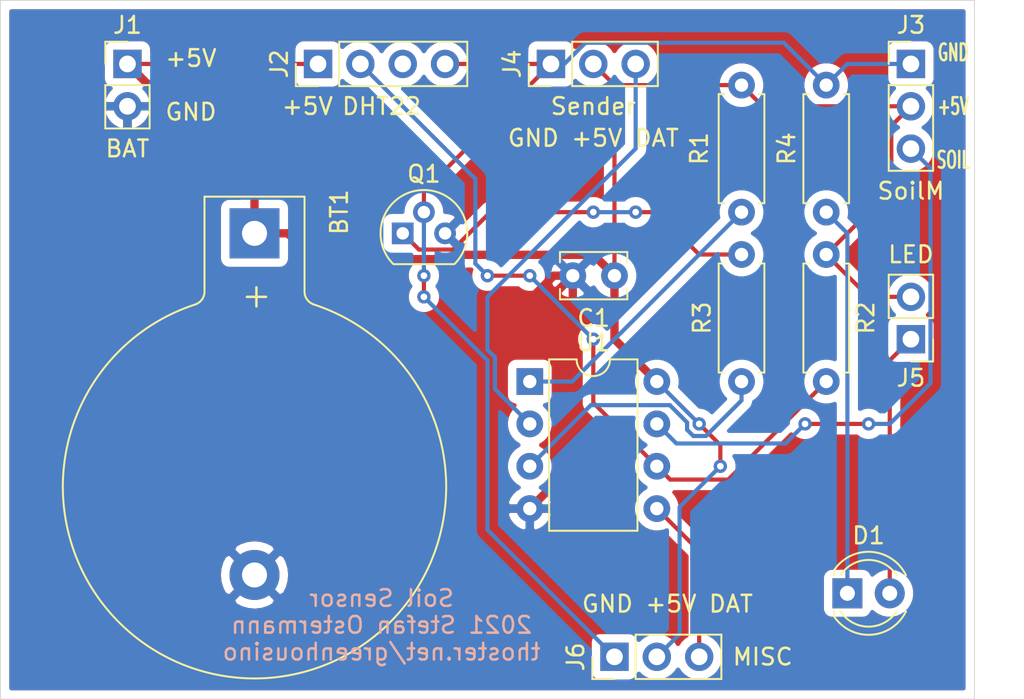
<source format=kicad_pcb>
(kicad_pcb (version 20171130) (host pcbnew 5.1.9+dfsg1-1)

  (general
    (thickness 1.6)
    (drawings 16)
    (tracks 109)
    (zones 0)
    (modules 15)
    (nets 13)
  )

  (page A4)
  (layers
    (0 F.Cu signal)
    (31 B.Cu signal)
    (32 B.Adhes user)
    (33 F.Adhes user)
    (34 B.Paste user)
    (35 F.Paste user)
    (36 B.SilkS user)
    (37 F.SilkS user)
    (38 B.Mask user)
    (39 F.Mask user)
    (40 Dwgs.User user)
    (41 Cmts.User user)
    (42 Eco1.User user)
    (43 Eco2.User user)
    (44 Edge.Cuts user)
    (45 Margin user)
    (46 B.CrtYd user)
    (47 F.CrtYd user)
    (48 B.Fab user)
    (49 F.Fab user)
  )

  (setup
    (last_trace_width 0.25)
    (user_trace_width 0.5)
    (trace_clearance 0.2)
    (zone_clearance 0.508)
    (zone_45_only no)
    (trace_min 0.2)
    (via_size 0.8)
    (via_drill 0.4)
    (via_min_size 0.4)
    (via_min_drill 0.3)
    (uvia_size 0.3)
    (uvia_drill 0.1)
    (uvias_allowed no)
    (uvia_min_size 0.2)
    (uvia_min_drill 0.1)
    (edge_width 0.05)
    (segment_width 0.2)
    (pcb_text_width 0.3)
    (pcb_text_size 1.5 1.5)
    (mod_edge_width 0.12)
    (mod_text_size 1 1)
    (mod_text_width 0.15)
    (pad_size 1.524 1.524)
    (pad_drill 0.762)
    (pad_to_mask_clearance 0)
    (aux_axis_origin 0 0)
    (visible_elements FFFFFF7F)
    (pcbplotparams
      (layerselection 0x010fc_ffffffff)
      (usegerberextensions true)
      (usegerberattributes false)
      (usegerberadvancedattributes false)
      (creategerberjobfile false)
      (excludeedgelayer true)
      (linewidth 0.100000)
      (plotframeref false)
      (viasonmask false)
      (mode 1)
      (useauxorigin false)
      (hpglpennumber 1)
      (hpglpenspeed 20)
      (hpglpendiameter 15.000000)
      (psnegative false)
      (psa4output false)
      (plotreference true)
      (plotvalue false)
      (plotinvisibletext false)
      (padsonsilk false)
      (subtractmaskfromsilk true)
      (outputformat 1)
      (mirror false)
      (drillshape 0)
      (scaleselection 1)
      (outputdirectory "gerber"))
  )

  (net 0 "")
  (net 1 GND)
  (net 2 +5V)
  (net 3 "Net-(D1-Pad2)")
  (net 4 "Net-(D1-Pad1)")
  (net 5 /DHT)
  (net 6 /SOIL)
  (net 7 /DATA)
  (net 8 "Net-(Q1-Pad1)")
  (net 9 "Net-(R1-Pad2)")
  (net 10 /TRANSIS)
  (net 11 /MISC)
  (net 12 "Net-(J2-Pad4)")

  (net_class Default "This is the default net class."
    (clearance 0.2)
    (trace_width 0.25)
    (via_dia 0.8)
    (via_drill 0.4)
    (uvia_dia 0.3)
    (uvia_drill 0.1)
    (add_net +5V)
    (add_net /DATA)
    (add_net /DHT)
    (add_net /MISC)
    (add_net /SOIL)
    (add_net /TRANSIS)
    (add_net GND)
    (add_net "Net-(D1-Pad1)")
    (add_net "Net-(D1-Pad2)")
    (add_net "Net-(J2-Pad4)")
    (add_net "Net-(Q1-Pad1)")
    (add_net "Net-(R1-Pad2)")
  )

  (module Connector_PinHeader_2.54mm:PinHeader_1x03_P2.54mm_Vertical (layer F.Cu) (tedit 59FED5CC) (tstamp 608CAC1C)
    (at 144.78 146.05 90)
    (descr "Through hole straight pin header, 1x03, 2.54mm pitch, single row")
    (tags "Through hole pin header THT 1x03 2.54mm single row")
    (path /609A27EB)
    (fp_text reference J6 (at 0 -2.33 90) (layer F.SilkS)
      (effects (font (size 1 1) (thickness 0.15)))
    )
    (fp_text value Free (at 0 7.41 90) (layer F.Fab)
      (effects (font (size 1 1) (thickness 0.15)))
    )
    (fp_line (start 1.8 -1.8) (end -1.8 -1.8) (layer F.CrtYd) (width 0.05))
    (fp_line (start 1.8 6.85) (end 1.8 -1.8) (layer F.CrtYd) (width 0.05))
    (fp_line (start -1.8 6.85) (end 1.8 6.85) (layer F.CrtYd) (width 0.05))
    (fp_line (start -1.8 -1.8) (end -1.8 6.85) (layer F.CrtYd) (width 0.05))
    (fp_line (start -1.33 -1.33) (end 0 -1.33) (layer F.SilkS) (width 0.12))
    (fp_line (start -1.33 0) (end -1.33 -1.33) (layer F.SilkS) (width 0.12))
    (fp_line (start -1.33 1.27) (end 1.33 1.27) (layer F.SilkS) (width 0.12))
    (fp_line (start 1.33 1.27) (end 1.33 6.41) (layer F.SilkS) (width 0.12))
    (fp_line (start -1.33 1.27) (end -1.33 6.41) (layer F.SilkS) (width 0.12))
    (fp_line (start -1.33 6.41) (end 1.33 6.41) (layer F.SilkS) (width 0.12))
    (fp_line (start -1.27 -0.635) (end -0.635 -1.27) (layer F.Fab) (width 0.1))
    (fp_line (start -1.27 6.35) (end -1.27 -0.635) (layer F.Fab) (width 0.1))
    (fp_line (start 1.27 6.35) (end -1.27 6.35) (layer F.Fab) (width 0.1))
    (fp_line (start 1.27 -1.27) (end 1.27 6.35) (layer F.Fab) (width 0.1))
    (fp_line (start -0.635 -1.27) (end 1.27 -1.27) (layer F.Fab) (width 0.1))
    (fp_text user %R (at 0 2.54) (layer F.Fab)
      (effects (font (size 1 1) (thickness 0.15)))
    )
    (pad 3 thru_hole oval (at 0 5.08 90) (size 1.7 1.7) (drill 1) (layers *.Cu *.Mask)
      (net 11 /MISC))
    (pad 2 thru_hole oval (at 0 2.54 90) (size 1.7 1.7) (drill 1) (layers *.Cu *.Mask)
      (net 2 +5V))
    (pad 1 thru_hole rect (at 0 0 90) (size 1.7 1.7) (drill 1) (layers *.Cu *.Mask)
      (net 12 "Net-(J2-Pad4)"))
    (model ${KISYS3DMOD}/Connector_PinHeader_2.54mm.3dshapes/PinHeader_1x03_P2.54mm_Vertical.wrl
      (at (xyz 0 0 0))
      (scale (xyz 1 1 1))
      (rotate (xyz 0 0 0))
    )
  )

  (module Battery:BatteryHolder_Keystone_103_1x20mm (layer F.Cu) (tedit 5787C32C) (tstamp 608C9BC3)
    (at 123.19 120.65 270)
    (descr http://www.keyelco.com/product-pdf.cfm?p=719)
    (tags "Keystone type 103 battery holder")
    (path /6099105D)
    (fp_text reference BT1 (at -1.27 -5.08 90) (layer F.SilkS)
      (effects (font (size 1 1) (thickness 0.15)))
    )
    (fp_text value Battery_Cell (at 15 13 90) (layer F.Fab)
      (effects (font (size 1 1) (thickness 0.15)))
    )
    (fp_line (start -2.45 -3.25) (end 3.5 -3.25) (layer F.CrtYd) (width 0.05))
    (fp_line (start -2.45 3.25) (end 3.5 3.25) (layer F.CrtYd) (width 0.05))
    (fp_line (start -2.45 3.25) (end -2.45 -3.25) (layer F.CrtYd) (width 0.05))
    (fp_line (start -2.2 -3) (end 3.5 -3) (layer F.SilkS) (width 0.12))
    (fp_line (start -2.2 3) (end -2.2 -3) (layer F.SilkS) (width 0.12))
    (fp_line (start -2.2 3) (end 3.5 3) (layer F.SilkS) (width 0.12))
    (fp_line (start 23.5712 7.7216) (end 22.6568 6.8834) (layer F.Fab) (width 0.1))
    (fp_line (start 23.5712 -7.7216) (end 22.6314 -6.858) (layer F.Fab) (width 0.1))
    (fp_line (start 3.5306 -2.9) (end -1.7 -2.9) (layer F.Fab) (width 0.1))
    (fp_line (start -1.7 2.9) (end 3.5306 2.9) (layer F.Fab) (width 0.1))
    (fp_line (start -2.1 -2.5) (end -2.1 2.5) (layer F.Fab) (width 0.1))
    (fp_line (start 0 1.3) (end 16.2 1.3) (layer F.Fab) (width 0.1))
    (fp_line (start 16.2 -1.3) (end 0 -1.3) (layer F.Fab) (width 0.1))
    (fp_line (start 0 -1.3) (end 0 1.3) (layer F.Fab) (width 0.1))
    (fp_arc (start -1.7 -2.5) (end -2.1 -2.5) (angle 90) (layer F.Fab) (width 0.1))
    (fp_arc (start -1.7 2.5) (end -2.1 2.5) (angle -90) (layer F.Fab) (width 0.1))
    (fp_arc (start 16.2 0) (end 16.2 -1.3) (angle 180) (layer F.Fab) (width 0.1))
    (fp_arc (start 3.5 -3.8) (end 3.5 -2.9) (angle -70) (layer F.Fab) (width 0.1))
    (fp_arc (start 15.2 0) (end 5.2 -1.3) (angle 180) (layer F.Fab) (width 0.1))
    (fp_arc (start 15.2 0) (end 9 -1.3) (angle 170) (layer F.Fab) (width 0.1))
    (fp_arc (start 15.2 0) (end 13.3 -1.3) (angle 150) (layer F.Fab) (width 0.1))
    (fp_arc (start 15.2 0) (end 13.3 1.3) (angle -150) (layer F.Fab) (width 0.1))
    (fp_arc (start 15.2 0) (end 9 1.3) (angle -170) (layer F.Fab) (width 0.1))
    (fp_arc (start 15.2 0) (end 5.2 1.3) (angle -180) (layer F.Fab) (width 0.1))
    (fp_arc (start 15.2 0) (end 4.35 -3.5) (angle 162.5) (layer F.Fab) (width 0.1))
    (fp_arc (start 15.2 0) (end 4.35 3.5) (angle -162.5) (layer F.Fab) (width 0.1))
    (fp_arc (start 3.5 3.8) (end 3.5 2.9) (angle 70) (layer F.Fab) (width 0.1))
    (fp_arc (start 3.5 -3.8) (end 3.5 -3) (angle -70) (layer F.SilkS) (width 0.12))
    (fp_arc (start 15.2 0) (end 4.25 -3.5) (angle 162.5) (layer F.SilkS) (width 0.12))
    (fp_arc (start 3.5 3.8) (end 3.5 3) (angle 70) (layer F.SilkS) (width 0.12))
    (fp_arc (start 15.2 0) (end 4.25 3.5) (angle -162.5) (layer F.SilkS) (width 0.12))
    (fp_arc (start 3.5 -3.8) (end 3.5 -3.25) (angle -70) (layer F.CrtYd) (width 0.05))
    (fp_arc (start 3.5 3.8) (end 3.5 3.25) (angle 70) (layer F.CrtYd) (width 0.05))
    (fp_arc (start 15.2 0) (end 4.01 -3.6) (angle 162.5) (layer F.CrtYd) (width 0.05))
    (fp_arc (start 15.2 0) (end 4.01 3.6) (angle -162.5) (layer F.CrtYd) (width 0.05))
    (fp_text user %R (at 0 0 90) (layer F.Fab)
      (effects (font (size 1 1) (thickness 0.15)))
    )
    (fp_text user + (at 3.81 0 90) (layer F.SilkS)
      (effects (font (size 1.5 1.5) (thickness 0.15)))
    )
    (pad 1 thru_hole rect (at 0 0 270) (size 3 3) (drill 1.5) (layers *.Cu *.Mask)
      (net 2 +5V))
    (pad 2 thru_hole circle (at 20.49 0 270) (size 3 3) (drill 1.5) (layers *.Cu *.Mask)
      (net 1 GND))
    (model ${KISYS3DMOD}/Battery.3dshapes/BatteryHolder_Keystone_103_1x20mm.wrl
      (at (xyz 0 0 0))
      (scale (xyz 1 1 1))
      (rotate (xyz 0 0 0))
    )
  )

  (module Capacitor_THT:C_Disc_D3.8mm_W2.6mm_P2.50mm (layer F.Cu) (tedit 5AE50EF0) (tstamp 608C884B)
    (at 144.78 123.19 180)
    (descr "C, Disc series, Radial, pin pitch=2.50mm, , diameter*width=3.8*2.6mm^2, Capacitor, http://www.vishay.com/docs/45233/krseries.pdf")
    (tags "C Disc series Radial pin pitch 2.50mm  diameter 3.8mm width 2.6mm Capacitor")
    (path /608E8052)
    (fp_text reference C1 (at 1.25 -2.55) (layer F.SilkS)
      (effects (font (size 1 1) (thickness 0.15)))
    )
    (fp_text value 100nF (at 1.25 2.55) (layer F.Fab)
      (effects (font (size 1 1) (thickness 0.15)))
    )
    (fp_line (start 3.55 -1.55) (end -1.05 -1.55) (layer F.CrtYd) (width 0.05))
    (fp_line (start 3.55 1.55) (end 3.55 -1.55) (layer F.CrtYd) (width 0.05))
    (fp_line (start -1.05 1.55) (end 3.55 1.55) (layer F.CrtYd) (width 0.05))
    (fp_line (start -1.05 -1.55) (end -1.05 1.55) (layer F.CrtYd) (width 0.05))
    (fp_line (start 3.27 0.795) (end 3.27 1.42) (layer F.SilkS) (width 0.12))
    (fp_line (start 3.27 -1.42) (end 3.27 -0.795) (layer F.SilkS) (width 0.12))
    (fp_line (start -0.77 0.795) (end -0.77 1.42) (layer F.SilkS) (width 0.12))
    (fp_line (start -0.77 -1.42) (end -0.77 -0.795) (layer F.SilkS) (width 0.12))
    (fp_line (start -0.77 1.42) (end 3.27 1.42) (layer F.SilkS) (width 0.12))
    (fp_line (start -0.77 -1.42) (end 3.27 -1.42) (layer F.SilkS) (width 0.12))
    (fp_line (start 3.15 -1.3) (end -0.65 -1.3) (layer F.Fab) (width 0.1))
    (fp_line (start 3.15 1.3) (end 3.15 -1.3) (layer F.Fab) (width 0.1))
    (fp_line (start -0.65 1.3) (end 3.15 1.3) (layer F.Fab) (width 0.1))
    (fp_line (start -0.65 -1.3) (end -0.65 1.3) (layer F.Fab) (width 0.1))
    (fp_text user %R (at 1.25 0) (layer F.Fab)
      (effects (font (size 0.76 0.76) (thickness 0.114)))
    )
    (pad 2 thru_hole circle (at 2.5 0 180) (size 1.6 1.6) (drill 0.8) (layers *.Cu *.Mask)
      (net 1 GND))
    (pad 1 thru_hole circle (at 0 0 180) (size 1.6 1.6) (drill 0.8) (layers *.Cu *.Mask)
      (net 2 +5V))
    (model ${KISYS3DMOD}/Capacitor_THT.3dshapes/C_Disc_D3.8mm_W2.6mm_P2.50mm.wrl
      (at (xyz 0 0 0))
      (scale (xyz 1 1 1))
      (rotate (xyz 0 0 0))
    )
  )

  (module Connector_PinHeader_2.54mm:PinHeader_1x02_P2.54mm_Vertical (layer F.Cu) (tedit 59FED5CC) (tstamp 608C8874)
    (at 115.57 110.49)
    (descr "Through hole straight pin header, 1x02, 2.54mm pitch, single row")
    (tags "Through hole pin header THT 1x02 2.54mm single row")
    (path /608C56BA)
    (fp_text reference J1 (at 0 -2.33) (layer F.SilkS)
      (effects (font (size 1 1) (thickness 0.15)))
    )
    (fp_text value Bat (at 0 4.87) (layer F.Fab)
      (effects (font (size 1 1) (thickness 0.15)))
    )
    (fp_line (start 1.8 -1.8) (end -1.8 -1.8) (layer F.CrtYd) (width 0.05))
    (fp_line (start 1.8 4.35) (end 1.8 -1.8) (layer F.CrtYd) (width 0.05))
    (fp_line (start -1.8 4.35) (end 1.8 4.35) (layer F.CrtYd) (width 0.05))
    (fp_line (start -1.8 -1.8) (end -1.8 4.35) (layer F.CrtYd) (width 0.05))
    (fp_line (start -1.33 -1.33) (end 0 -1.33) (layer F.SilkS) (width 0.12))
    (fp_line (start -1.33 0) (end -1.33 -1.33) (layer F.SilkS) (width 0.12))
    (fp_line (start -1.33 1.27) (end 1.33 1.27) (layer F.SilkS) (width 0.12))
    (fp_line (start 1.33 1.27) (end 1.33 3.87) (layer F.SilkS) (width 0.12))
    (fp_line (start -1.33 1.27) (end -1.33 3.87) (layer F.SilkS) (width 0.12))
    (fp_line (start -1.33 3.87) (end 1.33 3.87) (layer F.SilkS) (width 0.12))
    (fp_line (start -1.27 -0.635) (end -0.635 -1.27) (layer F.Fab) (width 0.1))
    (fp_line (start -1.27 3.81) (end -1.27 -0.635) (layer F.Fab) (width 0.1))
    (fp_line (start 1.27 3.81) (end -1.27 3.81) (layer F.Fab) (width 0.1))
    (fp_line (start 1.27 -1.27) (end 1.27 3.81) (layer F.Fab) (width 0.1))
    (fp_line (start -0.635 -1.27) (end 1.27 -1.27) (layer F.Fab) (width 0.1))
    (fp_text user %R (at 0 1.27 90) (layer F.Fab)
      (effects (font (size 1 1) (thickness 0.15)))
    )
    (pad 2 thru_hole oval (at 0 2.54) (size 1.7 1.7) (drill 1) (layers *.Cu *.Mask)
      (net 1 GND))
    (pad 1 thru_hole rect (at 0 0) (size 1.7 1.7) (drill 1) (layers *.Cu *.Mask)
      (net 2 +5V))
    (model ${KISYS3DMOD}/Connector_PinHeader_2.54mm.3dshapes/PinHeader_1x02_P2.54mm_Vertical.wrl
      (at (xyz 0 0 0))
      (scale (xyz 1 1 1))
      (rotate (xyz 0 0 0))
    )
  )

  (module Package_DIP:DIP-8_W7.62mm (layer F.Cu) (tedit 5A02E8C5) (tstamp 608C895A)
    (at 139.7 129.54)
    (descr "8-lead though-hole mounted DIP package, row spacing 7.62 mm (300 mils)")
    (tags "THT DIP DIL PDIP 2.54mm 7.62mm 300mil")
    (path /608C416C)
    (fp_text reference U1 (at 3.81 -2.33) (layer F.SilkS)
      (effects (font (size 1 1) (thickness 0.15)))
    )
    (fp_text value ATtiny85-20PU (at 3.81 9.95) (layer F.Fab)
      (effects (font (size 1 1) (thickness 0.15)))
    )
    (fp_line (start 8.7 -1.55) (end -1.1 -1.55) (layer F.CrtYd) (width 0.05))
    (fp_line (start 8.7 9.15) (end 8.7 -1.55) (layer F.CrtYd) (width 0.05))
    (fp_line (start -1.1 9.15) (end 8.7 9.15) (layer F.CrtYd) (width 0.05))
    (fp_line (start -1.1 -1.55) (end -1.1 9.15) (layer F.CrtYd) (width 0.05))
    (fp_line (start 6.46 -1.33) (end 4.81 -1.33) (layer F.SilkS) (width 0.12))
    (fp_line (start 6.46 8.95) (end 6.46 -1.33) (layer F.SilkS) (width 0.12))
    (fp_line (start 1.16 8.95) (end 6.46 8.95) (layer F.SilkS) (width 0.12))
    (fp_line (start 1.16 -1.33) (end 1.16 8.95) (layer F.SilkS) (width 0.12))
    (fp_line (start 2.81 -1.33) (end 1.16 -1.33) (layer F.SilkS) (width 0.12))
    (fp_line (start 0.635 -0.27) (end 1.635 -1.27) (layer F.Fab) (width 0.1))
    (fp_line (start 0.635 8.89) (end 0.635 -0.27) (layer F.Fab) (width 0.1))
    (fp_line (start 6.985 8.89) (end 0.635 8.89) (layer F.Fab) (width 0.1))
    (fp_line (start 6.985 -1.27) (end 6.985 8.89) (layer F.Fab) (width 0.1))
    (fp_line (start 1.635 -1.27) (end 6.985 -1.27) (layer F.Fab) (width 0.1))
    (fp_text user %R (at 3.81 3.81) (layer F.Fab)
      (effects (font (size 1 1) (thickness 0.15)))
    )
    (fp_arc (start 3.81 -1.33) (end 2.81 -1.33) (angle -180) (layer F.SilkS) (width 0.12))
    (pad 8 thru_hole oval (at 7.62 0) (size 1.6 1.6) (drill 0.8) (layers *.Cu *.Mask)
      (net 2 +5V))
    (pad 4 thru_hole oval (at 0 7.62) (size 1.6 1.6) (drill 0.8) (layers *.Cu *.Mask)
      (net 1 GND))
    (pad 7 thru_hole oval (at 7.62 2.54) (size 1.6 1.6) (drill 0.8) (layers *.Cu *.Mask)
      (net 6 /SOIL))
    (pad 3 thru_hole oval (at 0 5.08) (size 1.6 1.6) (drill 0.8) (layers *.Cu *.Mask)
      (net 10 /TRANSIS))
    (pad 6 thru_hole oval (at 7.62 5.08) (size 1.6 1.6) (drill 0.8) (layers *.Cu *.Mask)
      (net 5 /DHT))
    (pad 2 thru_hole oval (at 0 2.54) (size 1.6 1.6) (drill 0.8) (layers *.Cu *.Mask)
      (net 7 /DATA))
    (pad 5 thru_hole oval (at 7.62 7.62) (size 1.6 1.6) (drill 0.8) (layers *.Cu *.Mask)
      (net 11 /MISC))
    (pad 1 thru_hole rect (at 0 0) (size 1.6 1.6) (drill 0.8) (layers *.Cu *.Mask)
      (net 9 "Net-(R1-Pad2)"))
    (model ${KISYS3DMOD}/Package_DIP.3dshapes/DIP-8_W7.62mm.wrl
      (at (xyz 0 0 0))
      (scale (xyz 1 1 1))
      (rotate (xyz 0 0 0))
    )
  )

  (module Resistor_THT:R_Axial_DIN0207_L6.3mm_D2.5mm_P7.62mm_Horizontal (layer F.Cu) (tedit 5AE5139B) (tstamp 608C893E)
    (at 157.48 119.38 90)
    (descr "Resistor, Axial_DIN0207 series, Axial, Horizontal, pin pitch=7.62mm, 0.25W = 1/4W, length*diameter=6.3*2.5mm^2, http://cdn-reichelt.de/documents/datenblatt/B400/1_4W%23YAG.pdf")
    (tags "Resistor Axial_DIN0207 series Axial Horizontal pin pitch 7.62mm 0.25W = 1/4W length 6.3mm diameter 2.5mm")
    (path /608F0FB4)
    (fp_text reference R4 (at 3.81 -2.37 90) (layer F.SilkS)
      (effects (font (size 1 1) (thickness 0.15)))
    )
    (fp_text value 5k (at 3.81 2.37 90) (layer F.Fab)
      (effects (font (size 1 1) (thickness 0.15)))
    )
    (fp_line (start 8.67 -1.5) (end -1.05 -1.5) (layer F.CrtYd) (width 0.05))
    (fp_line (start 8.67 1.5) (end 8.67 -1.5) (layer F.CrtYd) (width 0.05))
    (fp_line (start -1.05 1.5) (end 8.67 1.5) (layer F.CrtYd) (width 0.05))
    (fp_line (start -1.05 -1.5) (end -1.05 1.5) (layer F.CrtYd) (width 0.05))
    (fp_line (start 7.08 1.37) (end 7.08 1.04) (layer F.SilkS) (width 0.12))
    (fp_line (start 0.54 1.37) (end 7.08 1.37) (layer F.SilkS) (width 0.12))
    (fp_line (start 0.54 1.04) (end 0.54 1.37) (layer F.SilkS) (width 0.12))
    (fp_line (start 7.08 -1.37) (end 7.08 -1.04) (layer F.SilkS) (width 0.12))
    (fp_line (start 0.54 -1.37) (end 7.08 -1.37) (layer F.SilkS) (width 0.12))
    (fp_line (start 0.54 -1.04) (end 0.54 -1.37) (layer F.SilkS) (width 0.12))
    (fp_line (start 7.62 0) (end 6.96 0) (layer F.Fab) (width 0.1))
    (fp_line (start 0 0) (end 0.66 0) (layer F.Fab) (width 0.1))
    (fp_line (start 6.96 -1.25) (end 0.66 -1.25) (layer F.Fab) (width 0.1))
    (fp_line (start 6.96 1.25) (end 6.96 -1.25) (layer F.Fab) (width 0.1))
    (fp_line (start 0.66 1.25) (end 6.96 1.25) (layer F.Fab) (width 0.1))
    (fp_line (start 0.66 -1.25) (end 0.66 1.25) (layer F.Fab) (width 0.1))
    (fp_text user %R (at 3.81 0 90) (layer F.Fab)
      (effects (font (size 1 1) (thickness 0.15)))
    )
    (pad 2 thru_hole oval (at 7.62 0 90) (size 1.6 1.6) (drill 0.8) (layers *.Cu *.Mask)
      (net 12 "Net-(J2-Pad4)"))
    (pad 1 thru_hole circle (at 0 0 90) (size 1.6 1.6) (drill 0.8) (layers *.Cu *.Mask)
      (net 4 "Net-(D1-Pad1)"))
    (model ${KISYS3DMOD}/Resistor_THT.3dshapes/R_Axial_DIN0207_L6.3mm_D2.5mm_P7.62mm_Horizontal.wrl
      (at (xyz 0 0 0))
      (scale (xyz 1 1 1))
      (rotate (xyz 0 0 0))
    )
  )

  (module Resistor_THT:R_Axial_DIN0207_L6.3mm_D2.5mm_P7.62mm_Horizontal (layer F.Cu) (tedit 5AE5139B) (tstamp 608C8927)
    (at 152.4 129.54 90)
    (descr "Resistor, Axial_DIN0207 series, Axial, Horizontal, pin pitch=7.62mm, 0.25W = 1/4W, length*diameter=6.3*2.5mm^2, http://cdn-reichelt.de/documents/datenblatt/B400/1_4W%23YAG.pdf")
    (tags "Resistor Axial_DIN0207 series Axial Horizontal pin pitch 7.62mm 0.25W = 1/4W length 6.3mm diameter 2.5mm")
    (path /608DB798)
    (fp_text reference R3 (at 3.81 -2.37 90) (layer F.SilkS)
      (effects (font (size 1 1) (thickness 0.15)))
    )
    (fp_text value 10k (at 3.81 2.37 90) (layer F.Fab)
      (effects (font (size 1 1) (thickness 0.15)))
    )
    (fp_line (start 8.67 -1.5) (end -1.05 -1.5) (layer F.CrtYd) (width 0.05))
    (fp_line (start 8.67 1.5) (end 8.67 -1.5) (layer F.CrtYd) (width 0.05))
    (fp_line (start -1.05 1.5) (end 8.67 1.5) (layer F.CrtYd) (width 0.05))
    (fp_line (start -1.05 -1.5) (end -1.05 1.5) (layer F.CrtYd) (width 0.05))
    (fp_line (start 7.08 1.37) (end 7.08 1.04) (layer F.SilkS) (width 0.12))
    (fp_line (start 0.54 1.37) (end 7.08 1.37) (layer F.SilkS) (width 0.12))
    (fp_line (start 0.54 1.04) (end 0.54 1.37) (layer F.SilkS) (width 0.12))
    (fp_line (start 7.08 -1.37) (end 7.08 -1.04) (layer F.SilkS) (width 0.12))
    (fp_line (start 0.54 -1.37) (end 7.08 -1.37) (layer F.SilkS) (width 0.12))
    (fp_line (start 0.54 -1.04) (end 0.54 -1.37) (layer F.SilkS) (width 0.12))
    (fp_line (start 7.62 0) (end 6.96 0) (layer F.Fab) (width 0.1))
    (fp_line (start 0 0) (end 0.66 0) (layer F.Fab) (width 0.1))
    (fp_line (start 6.96 -1.25) (end 0.66 -1.25) (layer F.Fab) (width 0.1))
    (fp_line (start 6.96 1.25) (end 6.96 -1.25) (layer F.Fab) (width 0.1))
    (fp_line (start 0.66 1.25) (end 6.96 1.25) (layer F.Fab) (width 0.1))
    (fp_line (start 0.66 -1.25) (end 0.66 1.25) (layer F.Fab) (width 0.1))
    (fp_text user %R (at 3.81 0 90) (layer F.Fab)
      (effects (font (size 1 1) (thickness 0.15)))
    )
    (pad 2 thru_hole oval (at 7.62 0 90) (size 1.6 1.6) (drill 0.8) (layers *.Cu *.Mask)
      (net 8 "Net-(Q1-Pad1)"))
    (pad 1 thru_hole circle (at 0 0 90) (size 1.6 1.6) (drill 0.8) (layers *.Cu *.Mask)
      (net 10 /TRANSIS))
    (model ${KISYS3DMOD}/Resistor_THT.3dshapes/R_Axial_DIN0207_L6.3mm_D2.5mm_P7.62mm_Horizontal.wrl
      (at (xyz 0 0 0))
      (scale (xyz 1 1 1))
      (rotate (xyz 0 0 0))
    )
  )

  (module Resistor_THT:R_Axial_DIN0207_L6.3mm_D2.5mm_P7.62mm_Horizontal (layer F.Cu) (tedit 5AE5139B) (tstamp 608C8910)
    (at 157.48 121.92 270)
    (descr "Resistor, Axial_DIN0207 series, Axial, Horizontal, pin pitch=7.62mm, 0.25W = 1/4W, length*diameter=6.3*2.5mm^2, http://cdn-reichelt.de/documents/datenblatt/B400/1_4W%23YAG.pdf")
    (tags "Resistor Axial_DIN0207 series Axial Horizontal pin pitch 7.62mm 0.25W = 1/4W length 6.3mm diameter 2.5mm")
    (path /608CD1AF)
    (fp_text reference R2 (at 3.81 -2.37 90) (layer F.SilkS)
      (effects (font (size 1 1) (thickness 0.15)))
    )
    (fp_text value 5k (at 3.81 2.37 90) (layer F.Fab)
      (effects (font (size 1 1) (thickness 0.15)))
    )
    (fp_line (start 8.67 -1.5) (end -1.05 -1.5) (layer F.CrtYd) (width 0.05))
    (fp_line (start 8.67 1.5) (end 8.67 -1.5) (layer F.CrtYd) (width 0.05))
    (fp_line (start -1.05 1.5) (end 8.67 1.5) (layer F.CrtYd) (width 0.05))
    (fp_line (start -1.05 -1.5) (end -1.05 1.5) (layer F.CrtYd) (width 0.05))
    (fp_line (start 7.08 1.37) (end 7.08 1.04) (layer F.SilkS) (width 0.12))
    (fp_line (start 0.54 1.37) (end 7.08 1.37) (layer F.SilkS) (width 0.12))
    (fp_line (start 0.54 1.04) (end 0.54 1.37) (layer F.SilkS) (width 0.12))
    (fp_line (start 7.08 -1.37) (end 7.08 -1.04) (layer F.SilkS) (width 0.12))
    (fp_line (start 0.54 -1.37) (end 7.08 -1.37) (layer F.SilkS) (width 0.12))
    (fp_line (start 0.54 -1.04) (end 0.54 -1.37) (layer F.SilkS) (width 0.12))
    (fp_line (start 7.62 0) (end 6.96 0) (layer F.Fab) (width 0.1))
    (fp_line (start 0 0) (end 0.66 0) (layer F.Fab) (width 0.1))
    (fp_line (start 6.96 -1.25) (end 0.66 -1.25) (layer F.Fab) (width 0.1))
    (fp_line (start 6.96 1.25) (end 6.96 -1.25) (layer F.Fab) (width 0.1))
    (fp_line (start 0.66 1.25) (end 6.96 1.25) (layer F.Fab) (width 0.1))
    (fp_line (start 0.66 -1.25) (end 0.66 1.25) (layer F.Fab) (width 0.1))
    (fp_text user %R (at 3.81 0 90) (layer F.Fab)
      (effects (font (size 1 1) (thickness 0.15)))
    )
    (pad 2 thru_hole oval (at 7.62 0 270) (size 1.6 1.6) (drill 0.8) (layers *.Cu *.Mask)
      (net 5 /DHT))
    (pad 1 thru_hole circle (at 0 0 270) (size 1.6 1.6) (drill 0.8) (layers *.Cu *.Mask)
      (net 2 +5V))
    (model ${KISYS3DMOD}/Resistor_THT.3dshapes/R_Axial_DIN0207_L6.3mm_D2.5mm_P7.62mm_Horizontal.wrl
      (at (xyz 0 0 0))
      (scale (xyz 1 1 1))
      (rotate (xyz 0 0 0))
    )
  )

  (module Resistor_THT:R_Axial_DIN0207_L6.3mm_D2.5mm_P7.62mm_Horizontal (layer F.Cu) (tedit 5AE5139B) (tstamp 608C88F9)
    (at 152.4 111.76 270)
    (descr "Resistor, Axial_DIN0207 series, Axial, Horizontal, pin pitch=7.62mm, 0.25W = 1/4W, length*diameter=6.3*2.5mm^2, http://cdn-reichelt.de/documents/datenblatt/B400/1_4W%23YAG.pdf")
    (tags "Resistor Axial_DIN0207 series Axial Horizontal pin pitch 7.62mm 0.25W = 1/4W length 6.3mm diameter 2.5mm")
    (path /6090598C)
    (fp_text reference R1 (at 3.81 2.54 90) (layer F.SilkS)
      (effects (font (size 1 1) (thickness 0.15)))
    )
    (fp_text value 10k (at 3.81 2.37 90) (layer F.Fab)
      (effects (font (size 1 1) (thickness 0.15)))
    )
    (fp_line (start 8.67 -1.5) (end -1.05 -1.5) (layer F.CrtYd) (width 0.05))
    (fp_line (start 8.67 1.5) (end 8.67 -1.5) (layer F.CrtYd) (width 0.05))
    (fp_line (start -1.05 1.5) (end 8.67 1.5) (layer F.CrtYd) (width 0.05))
    (fp_line (start -1.05 -1.5) (end -1.05 1.5) (layer F.CrtYd) (width 0.05))
    (fp_line (start 7.08 1.37) (end 7.08 1.04) (layer F.SilkS) (width 0.12))
    (fp_line (start 0.54 1.37) (end 7.08 1.37) (layer F.SilkS) (width 0.12))
    (fp_line (start 0.54 1.04) (end 0.54 1.37) (layer F.SilkS) (width 0.12))
    (fp_line (start 7.08 -1.37) (end 7.08 -1.04) (layer F.SilkS) (width 0.12))
    (fp_line (start 0.54 -1.37) (end 7.08 -1.37) (layer F.SilkS) (width 0.12))
    (fp_line (start 0.54 -1.04) (end 0.54 -1.37) (layer F.SilkS) (width 0.12))
    (fp_line (start 7.62 0) (end 6.96 0) (layer F.Fab) (width 0.1))
    (fp_line (start 0 0) (end 0.66 0) (layer F.Fab) (width 0.1))
    (fp_line (start 6.96 -1.25) (end 0.66 -1.25) (layer F.Fab) (width 0.1))
    (fp_line (start 6.96 1.25) (end 6.96 -1.25) (layer F.Fab) (width 0.1))
    (fp_line (start 0.66 1.25) (end 6.96 1.25) (layer F.Fab) (width 0.1))
    (fp_line (start 0.66 -1.25) (end 0.66 1.25) (layer F.Fab) (width 0.1))
    (fp_text user %R (at 3.81 0 90) (layer F.Fab)
      (effects (font (size 1 1) (thickness 0.15)))
    )
    (pad 2 thru_hole oval (at 7.62 0 270) (size 1.6 1.6) (drill 0.8) (layers *.Cu *.Mask)
      (net 9 "Net-(R1-Pad2)"))
    (pad 1 thru_hole circle (at 0 0 270) (size 1.6 1.6) (drill 0.8) (layers *.Cu *.Mask)
      (net 2 +5V))
    (model ${KISYS3DMOD}/Resistor_THT.3dshapes/R_Axial_DIN0207_L6.3mm_D2.5mm_P7.62mm_Horizontal.wrl
      (at (xyz 0 0 0))
      (scale (xyz 1 1 1))
      (rotate (xyz 0 0 0))
    )
  )

  (module Package_TO_SOT_THT:TO-92 (layer F.Cu) (tedit 5A279852) (tstamp 608C88E2)
    (at 132.08 120.65)
    (descr "TO-92 leads molded, narrow, drill 0.75mm (see NXP sot054_po.pdf)")
    (tags "to-92 sc-43 sc-43a sot54 PA33 transistor")
    (path /608D4C96)
    (fp_text reference Q1 (at 1.27 -3.56) (layer F.SilkS)
      (effects (font (size 1 1) (thickness 0.15)))
    )
    (fp_text value Q_NPN_BCE (at 1.27 2.79) (layer F.Fab)
      (effects (font (size 1 1) (thickness 0.15)))
    )
    (fp_line (start 4 2.01) (end -1.46 2.01) (layer F.CrtYd) (width 0.05))
    (fp_line (start 4 2.01) (end 4 -2.73) (layer F.CrtYd) (width 0.05))
    (fp_line (start -1.46 -2.73) (end -1.46 2.01) (layer F.CrtYd) (width 0.05))
    (fp_line (start -1.46 -2.73) (end 4 -2.73) (layer F.CrtYd) (width 0.05))
    (fp_line (start -0.5 1.75) (end 3 1.75) (layer F.Fab) (width 0.1))
    (fp_line (start -0.53 1.85) (end 3.07 1.85) (layer F.SilkS) (width 0.12))
    (fp_arc (start 1.27 0) (end 1.27 -2.6) (angle 135) (layer F.SilkS) (width 0.12))
    (fp_arc (start 1.27 0) (end 1.27 -2.48) (angle -135) (layer F.Fab) (width 0.1))
    (fp_arc (start 1.27 0) (end 1.27 -2.6) (angle -135) (layer F.SilkS) (width 0.12))
    (fp_arc (start 1.27 0) (end 1.27 -2.48) (angle 135) (layer F.Fab) (width 0.1))
    (fp_text user %R (at 1.27 0) (layer F.Fab)
      (effects (font (size 1 1) (thickness 0.15)))
    )
    (pad 1 thru_hole rect (at 0 0) (size 1.3 1.3) (drill 0.75) (layers *.Cu *.Mask)
      (net 8 "Net-(Q1-Pad1)"))
    (pad 3 thru_hole circle (at 2.54 0) (size 1.3 1.3) (drill 0.75) (layers *.Cu *.Mask)
      (net 1 GND))
    (pad 2 thru_hole circle (at 1.27 -1.27) (size 1.3 1.3) (drill 0.75) (layers *.Cu *.Mask)
      (net 12 "Net-(J2-Pad4)"))
    (model ${KISYS3DMOD}/Package_TO_SOT_THT.3dshapes/TO-92.wrl
      (at (xyz 0 0 0))
      (scale (xyz 1 1 1))
      (rotate (xyz 0 0 0))
    )
  )

  (module Connector_PinHeader_2.54mm:PinHeader_1x02_P2.54mm_Vertical (layer F.Cu) (tedit 59FED5CC) (tstamp 608C88D0)
    (at 162.56 127 180)
    (descr "Through hole straight pin header, 1x02, 2.54mm pitch, single row")
    (tags "Through hole pin header THT 1x02 2.54mm single row")
    (path /609845E9)
    (fp_text reference J5 (at 0 -2.33) (layer F.SilkS)
      (effects (font (size 1 1) (thickness 0.15)))
    )
    (fp_text value LED (at 0 4.87) (layer F.Fab)
      (effects (font (size 1 1) (thickness 0.15)))
    )
    (fp_line (start 1.8 -1.8) (end -1.8 -1.8) (layer F.CrtYd) (width 0.05))
    (fp_line (start 1.8 4.35) (end 1.8 -1.8) (layer F.CrtYd) (width 0.05))
    (fp_line (start -1.8 4.35) (end 1.8 4.35) (layer F.CrtYd) (width 0.05))
    (fp_line (start -1.8 -1.8) (end -1.8 4.35) (layer F.CrtYd) (width 0.05))
    (fp_line (start -1.33 -1.33) (end 0 -1.33) (layer F.SilkS) (width 0.12))
    (fp_line (start -1.33 0) (end -1.33 -1.33) (layer F.SilkS) (width 0.12))
    (fp_line (start -1.33 1.27) (end 1.33 1.27) (layer F.SilkS) (width 0.12))
    (fp_line (start 1.33 1.27) (end 1.33 3.87) (layer F.SilkS) (width 0.12))
    (fp_line (start -1.33 1.27) (end -1.33 3.87) (layer F.SilkS) (width 0.12))
    (fp_line (start -1.33 3.87) (end 1.33 3.87) (layer F.SilkS) (width 0.12))
    (fp_line (start -1.27 -0.635) (end -0.635 -1.27) (layer F.Fab) (width 0.1))
    (fp_line (start -1.27 3.81) (end -1.27 -0.635) (layer F.Fab) (width 0.1))
    (fp_line (start 1.27 3.81) (end -1.27 3.81) (layer F.Fab) (width 0.1))
    (fp_line (start 1.27 -1.27) (end 1.27 3.81) (layer F.Fab) (width 0.1))
    (fp_line (start -0.635 -1.27) (end 1.27 -1.27) (layer F.Fab) (width 0.1))
    (fp_text user %R (at 0 1.27 90) (layer F.Fab)
      (effects (font (size 1 1) (thickness 0.15)))
    )
    (pad 2 thru_hole oval (at 0 2.54 180) (size 1.7 1.7) (drill 1) (layers *.Cu *.Mask)
      (net 2 +5V))
    (pad 1 thru_hole rect (at 0 0 180) (size 1.7 1.7) (drill 1) (layers *.Cu *.Mask)
      (net 3 "Net-(D1-Pad2)"))
    (model ${KISYS3DMOD}/Connector_PinHeader_2.54mm.3dshapes/PinHeader_1x02_P2.54mm_Vertical.wrl
      (at (xyz 0 0 0))
      (scale (xyz 1 1 1))
      (rotate (xyz 0 0 0))
    )
  )

  (module Connector_PinHeader_2.54mm:PinHeader_1x03_P2.54mm_Vertical (layer F.Cu) (tedit 59FED5CC) (tstamp 608C88BA)
    (at 140.97 110.49 90)
    (descr "Through hole straight pin header, 1x03, 2.54mm pitch, single row")
    (tags "Through hole pin header THT 1x03 2.54mm single row")
    (path /60901849)
    (fp_text reference J4 (at 0 -2.33 90) (layer F.SilkS)
      (effects (font (size 1 1) (thickness 0.15)))
    )
    (fp_text value Sender (at 0 7.41 90) (layer F.Fab)
      (effects (font (size 1 1) (thickness 0.15)))
    )
    (fp_line (start 1.8 -1.8) (end -1.8 -1.8) (layer F.CrtYd) (width 0.05))
    (fp_line (start 1.8 6.85) (end 1.8 -1.8) (layer F.CrtYd) (width 0.05))
    (fp_line (start -1.8 6.85) (end 1.8 6.85) (layer F.CrtYd) (width 0.05))
    (fp_line (start -1.8 -1.8) (end -1.8 6.85) (layer F.CrtYd) (width 0.05))
    (fp_line (start -1.33 -1.33) (end 0 -1.33) (layer F.SilkS) (width 0.12))
    (fp_line (start -1.33 0) (end -1.33 -1.33) (layer F.SilkS) (width 0.12))
    (fp_line (start -1.33 1.27) (end 1.33 1.27) (layer F.SilkS) (width 0.12))
    (fp_line (start 1.33 1.27) (end 1.33 6.41) (layer F.SilkS) (width 0.12))
    (fp_line (start -1.33 1.27) (end -1.33 6.41) (layer F.SilkS) (width 0.12))
    (fp_line (start -1.33 6.41) (end 1.33 6.41) (layer F.SilkS) (width 0.12))
    (fp_line (start -1.27 -0.635) (end -0.635 -1.27) (layer F.Fab) (width 0.1))
    (fp_line (start -1.27 6.35) (end -1.27 -0.635) (layer F.Fab) (width 0.1))
    (fp_line (start 1.27 6.35) (end -1.27 6.35) (layer F.Fab) (width 0.1))
    (fp_line (start 1.27 -1.27) (end 1.27 6.35) (layer F.Fab) (width 0.1))
    (fp_line (start -0.635 -1.27) (end 1.27 -1.27) (layer F.Fab) (width 0.1))
    (fp_text user %R (at 0 2.54) (layer F.Fab)
      (effects (font (size 1 1) (thickness 0.15)))
    )
    (pad 3 thru_hole oval (at 0 5.08 90) (size 1.7 1.7) (drill 1) (layers *.Cu *.Mask)
      (net 7 /DATA))
    (pad 2 thru_hole oval (at 0 2.54 90) (size 1.7 1.7) (drill 1) (layers *.Cu *.Mask)
      (net 2 +5V))
    (pad 1 thru_hole rect (at 0 0 90) (size 1.7 1.7) (drill 1) (layers *.Cu *.Mask)
      (net 12 "Net-(J2-Pad4)"))
    (model ${KISYS3DMOD}/Connector_PinHeader_2.54mm.3dshapes/PinHeader_1x03_P2.54mm_Vertical.wrl
      (at (xyz 0 0 0))
      (scale (xyz 1 1 1))
      (rotate (xyz 0 0 0))
    )
  )

  (module Connector_PinHeader_2.54mm:PinHeader_1x03_P2.54mm_Vertical (layer F.Cu) (tedit 59FED5CC) (tstamp 608C88A3)
    (at 162.56 110.49)
    (descr "Through hole straight pin header, 1x03, 2.54mm pitch, single row")
    (tags "Through hole pin header THT 1x03 2.54mm single row")
    (path /608C6B0B)
    (fp_text reference J3 (at 0 -2.33) (layer F.SilkS)
      (effects (font (size 1 1) (thickness 0.15)))
    )
    (fp_text value "Soil Moist Sensor" (at 0 7.41) (layer F.Fab)
      (effects (font (size 1 1) (thickness 0.15)))
    )
    (fp_line (start 1.8 -1.8) (end -1.8 -1.8) (layer F.CrtYd) (width 0.05))
    (fp_line (start 1.8 6.85) (end 1.8 -1.8) (layer F.CrtYd) (width 0.05))
    (fp_line (start -1.8 6.85) (end 1.8 6.85) (layer F.CrtYd) (width 0.05))
    (fp_line (start -1.8 -1.8) (end -1.8 6.85) (layer F.CrtYd) (width 0.05))
    (fp_line (start -1.33 -1.33) (end 0 -1.33) (layer F.SilkS) (width 0.12))
    (fp_line (start -1.33 0) (end -1.33 -1.33) (layer F.SilkS) (width 0.12))
    (fp_line (start -1.33 1.27) (end 1.33 1.27) (layer F.SilkS) (width 0.12))
    (fp_line (start 1.33 1.27) (end 1.33 6.41) (layer F.SilkS) (width 0.12))
    (fp_line (start -1.33 1.27) (end -1.33 6.41) (layer F.SilkS) (width 0.12))
    (fp_line (start -1.33 6.41) (end 1.33 6.41) (layer F.SilkS) (width 0.12))
    (fp_line (start -1.27 -0.635) (end -0.635 -1.27) (layer F.Fab) (width 0.1))
    (fp_line (start -1.27 6.35) (end -1.27 -0.635) (layer F.Fab) (width 0.1))
    (fp_line (start 1.27 6.35) (end -1.27 6.35) (layer F.Fab) (width 0.1))
    (fp_line (start 1.27 -1.27) (end 1.27 6.35) (layer F.Fab) (width 0.1))
    (fp_line (start -0.635 -1.27) (end 1.27 -1.27) (layer F.Fab) (width 0.1))
    (fp_text user %R (at 0 2.54 90) (layer F.Fab)
      (effects (font (size 1 1) (thickness 0.15)))
    )
    (pad 3 thru_hole oval (at 0 5.08) (size 1.7 1.7) (drill 1) (layers *.Cu *.Mask)
      (net 6 /SOIL))
    (pad 2 thru_hole oval (at 0 2.54) (size 1.7 1.7) (drill 1) (layers *.Cu *.Mask)
      (net 2 +5V))
    (pad 1 thru_hole rect (at 0 0) (size 1.7 1.7) (drill 1) (layers *.Cu *.Mask)
      (net 12 "Net-(J2-Pad4)"))
    (model ${KISYS3DMOD}/Connector_PinHeader_2.54mm.3dshapes/PinHeader_1x03_P2.54mm_Vertical.wrl
      (at (xyz 0 0 0))
      (scale (xyz 1 1 1))
      (rotate (xyz 0 0 0))
    )
  )

  (module Connector_PinHeader_2.54mm:PinHeader_1x04_P2.54mm_Vertical (layer F.Cu) (tedit 59FED5CC) (tstamp 608C888C)
    (at 127 110.49 90)
    (descr "Through hole straight pin header, 1x04, 2.54mm pitch, single row")
    (tags "Through hole pin header THT 1x04 2.54mm single row")
    (path /608C7BDA)
    (fp_text reference J2 (at 0 -2.33 90) (layer F.SilkS)
      (effects (font (size 1 1) (thickness 0.15)))
    )
    (fp_text value DHT22 (at 0 9.95 90) (layer F.Fab)
      (effects (font (size 1 1) (thickness 0.15)))
    )
    (fp_line (start 1.8 -1.8) (end -1.8 -1.8) (layer F.CrtYd) (width 0.05))
    (fp_line (start 1.8 9.4) (end 1.8 -1.8) (layer F.CrtYd) (width 0.05))
    (fp_line (start -1.8 9.4) (end 1.8 9.4) (layer F.CrtYd) (width 0.05))
    (fp_line (start -1.8 -1.8) (end -1.8 9.4) (layer F.CrtYd) (width 0.05))
    (fp_line (start -1.33 -1.33) (end 0 -1.33) (layer F.SilkS) (width 0.12))
    (fp_line (start -1.33 0) (end -1.33 -1.33) (layer F.SilkS) (width 0.12))
    (fp_line (start -1.33 1.27) (end 1.33 1.27) (layer F.SilkS) (width 0.12))
    (fp_line (start 1.33 1.27) (end 1.33 8.95) (layer F.SilkS) (width 0.12))
    (fp_line (start -1.33 1.27) (end -1.33 8.95) (layer F.SilkS) (width 0.12))
    (fp_line (start -1.33 8.95) (end 1.33 8.95) (layer F.SilkS) (width 0.12))
    (fp_line (start -1.27 -0.635) (end -0.635 -1.27) (layer F.Fab) (width 0.1))
    (fp_line (start -1.27 8.89) (end -1.27 -0.635) (layer F.Fab) (width 0.1))
    (fp_line (start 1.27 8.89) (end -1.27 8.89) (layer F.Fab) (width 0.1))
    (fp_line (start 1.27 -1.27) (end 1.27 8.89) (layer F.Fab) (width 0.1))
    (fp_line (start -0.635 -1.27) (end 1.27 -1.27) (layer F.Fab) (width 0.1))
    (fp_text user %R (at 0 3.81) (layer F.Fab)
      (effects (font (size 1 1) (thickness 0.15)))
    )
    (pad 4 thru_hole oval (at 0 7.62 90) (size 1.7 1.7) (drill 1) (layers *.Cu *.Mask)
      (net 12 "Net-(J2-Pad4)"))
    (pad 3 thru_hole oval (at 0 5.08 90) (size 1.7 1.7) (drill 1) (layers *.Cu *.Mask))
    (pad 2 thru_hole oval (at 0 2.54 90) (size 1.7 1.7) (drill 1) (layers *.Cu *.Mask)
      (net 5 /DHT))
    (pad 1 thru_hole rect (at 0 0 90) (size 1.7 1.7) (drill 1) (layers *.Cu *.Mask)
      (net 2 +5V))
    (model ${KISYS3DMOD}/Connector_PinHeader_2.54mm.3dshapes/PinHeader_1x04_P2.54mm_Vertical.wrl
      (at (xyz 0 0 0))
      (scale (xyz 1 1 1))
      (rotate (xyz 0 0 0))
    )
  )

  (module LED_THT:LED_D4.0mm (layer F.Cu) (tedit 587A3A7B) (tstamp 608C885E)
    (at 158.75 142.24)
    (descr "LED, diameter 4.0mm, 2 pins, http://www.kingbright.com/attachments/file/psearch/000/00/00/L-43GD(Ver.12B).pdf")
    (tags "LED diameter 4.0mm 2 pins")
    (path /608F163F)
    (fp_text reference D1 (at 1.27 -3.46) (layer F.SilkS)
      (effects (font (size 1 1) (thickness 0.15)))
    )
    (fp_text value LED (at 1.27 3.46) (layer F.Fab)
      (effects (font (size 1 1) (thickness 0.15)))
    )
    (fp_line (start 4 -2.75) (end -1.45 -2.75) (layer F.CrtYd) (width 0.05))
    (fp_line (start 4 2.75) (end 4 -2.75) (layer F.CrtYd) (width 0.05))
    (fp_line (start -1.45 2.75) (end 4 2.75) (layer F.CrtYd) (width 0.05))
    (fp_line (start -1.45 -2.75) (end -1.45 2.75) (layer F.CrtYd) (width 0.05))
    (fp_line (start -0.79 1.08) (end -0.79 1.399) (layer F.SilkS) (width 0.12))
    (fp_line (start -0.79 -1.399) (end -0.79 -1.08) (layer F.SilkS) (width 0.12))
    (fp_line (start -0.73 -1.32665) (end -0.73 1.32665) (layer F.Fab) (width 0.1))
    (fp_circle (center 1.27 0) (end 3.27 0) (layer F.Fab) (width 0.1))
    (fp_arc (start 1.27 0) (end -0.41333 1.08) (angle -114.6) (layer F.SilkS) (width 0.12))
    (fp_arc (start 1.27 0) (end -0.41333 -1.08) (angle 114.6) (layer F.SilkS) (width 0.12))
    (fp_arc (start 1.27 0) (end -0.79 1.398749) (angle -120.1) (layer F.SilkS) (width 0.12))
    (fp_arc (start 1.27 0) (end -0.79 -1.398749) (angle 120.1) (layer F.SilkS) (width 0.12))
    (fp_arc (start 1.27 0) (end -0.73 -1.32665) (angle 292.9) (layer F.Fab) (width 0.1))
    (pad 2 thru_hole circle (at 2.54 0) (size 1.8 1.8) (drill 0.9) (layers *.Cu *.Mask)
      (net 3 "Net-(D1-Pad2)"))
    (pad 1 thru_hole rect (at 0 0) (size 1.8 1.8) (drill 0.9) (layers *.Cu *.Mask)
      (net 4 "Net-(D1-Pad1)"))
    (model ${KISYS3DMOD}/LED_THT.3dshapes/LED_D4.0mm.wrl
      (at (xyz 0 0 0))
      (scale (xyz 1 1 1))
      (rotate (xyz 0 0 0))
    )
  )

  (gr_text "Soil Sensor\n2021 Stefan Ostermann\nthoster.net/greenhousino" (at 130.81 144.145) (layer B.SilkS)
    (effects (font (size 1 1) (thickness 0.15)) (justify mirror))
  )
  (gr_text "+5V\n\nGND" (at 119.38 111.76) (layer F.SilkS)
    (effects (font (size 1 1) (thickness 0.15)))
  )
  (gr_text "GND +5V DAT" (at 147.955 142.875) (layer F.SilkS)
    (effects (font (size 1 1) (thickness 0.15)))
  )
  (gr_text "GND\n\n+5V\n\nSOIL" (at 165.1 113.03) (layer F.SilkS)
    (effects (font (size 1 0.6) (thickness 0.15)))
  )
  (gr_text "GND +5V DAT" (at 143.51 114.935) (layer F.SilkS)
    (effects (font (size 1 1) (thickness 0.15)))
  )
  (gr_text +5V (at 126.365 113.03) (layer F.SilkS)
    (effects (font (size 1 1) (thickness 0.15)))
  )
  (gr_text MISC (at 153.67 146.05) (layer F.SilkS)
    (effects (font (size 1 1) (thickness 0.15)))
  )
  (gr_text BAT (at 115.57 115.57) (layer F.SilkS)
    (effects (font (size 1 1) (thickness 0.15)))
  )
  (gr_text LED (at 162.56 121.92) (layer F.SilkS)
    (effects (font (size 1 1) (thickness 0.15)))
  )
  (gr_text SoilM (at 162.56 118.11) (layer F.SilkS)
    (effects (font (size 1 1) (thickness 0.15)))
  )
  (gr_text Sender (at 143.51 113.03) (layer F.SilkS)
    (effects (font (size 1 1) (thickness 0.15)))
  )
  (gr_text DHT22 (at 130.81 113.03) (layer F.SilkS)
    (effects (font (size 1 1) (thickness 0.15)))
  )
  (gr_line (start 107.95 148.59) (end 107.95 106.68) (layer Edge.Cuts) (width 0.05) (tstamp 608CA464))
  (gr_line (start 166.37 148.59) (end 107.95 148.59) (layer Edge.Cuts) (width 0.05))
  (gr_line (start 166.37 106.68) (end 166.37 148.59) (layer Edge.Cuts) (width 0.05))
  (gr_line (start 107.95 106.68) (end 166.37 106.68) (layer Edge.Cuts) (width 0.05))

  (segment (start 142.28 134.58) (end 142.28 123.19) (width 0.5) (layer F.Cu) (net 1))
  (segment (start 139.7 137.16) (end 142.28 134.58) (width 0.5) (layer F.Cu) (net 1))
  (segment (start 141.14 123.19) (end 142.28 123.19) (width 0.5) (layer F.Cu) (net 1))
  (segment (start 123.19 141.14) (end 141.14 123.19) (width 0.5) (layer F.Cu) (net 1))
  (segment (start 115.57 133.52) (end 123.19 141.14) (width 0.5) (layer F.Cu) (net 1))
  (segment (start 115.57 113.03) (end 115.57 133.52) (width 0.5) (layer F.Cu) (net 1))
  (segment (start 144.78 127) (end 147.32 129.54) (width 0.5) (layer F.Cu) (net 2))
  (segment (start 144.78 123.19) (end 144.78 127) (width 0.5) (layer F.Cu) (net 2))
  (segment (start 144.78 123.19) (end 144.78 111.76) (width 0.25) (layer F.Cu) (net 2))
  (segment (start 144.78 111.76) (end 143.51 110.49) (width 0.25) (layer F.Cu) (net 2))
  (segment (start 152.4 111.76) (end 144.78 111.76) (width 0.25) (layer F.Cu) (net 2))
  (segment (start 153.67 113.03) (end 152.4 111.76) (width 0.25) (layer F.Cu) (net 2))
  (segment (start 162.56 113.03) (end 153.67 113.03) (width 0.25) (layer F.Cu) (net 2))
  (segment (start 160.02 124.46) (end 157.48 121.92) (width 0.25) (layer F.Cu) (net 2))
  (segment (start 162.56 124.46) (end 160.02 124.46) (width 0.25) (layer F.Cu) (net 2))
  (segment (start 161.384999 114.205001) (end 162.56 113.03) (width 0.25) (layer F.Cu) (net 2))
  (segment (start 161.384999 118.015001) (end 161.384999 114.205001) (width 0.25) (layer F.Cu) (net 2))
  (segment (start 157.48 121.92) (end 161.384999 118.015001) (width 0.25) (layer F.Cu) (net 2))
  (segment (start 143.529999 121.939999) (end 135.586191 121.939999) (width 0.5) (layer F.Cu) (net 2))
  (segment (start 126.740011 122.200011) (end 125.19 120.65) (width 0.5) (layer F.Cu) (net 2))
  (segment (start 125.19 120.65) (end 123.19 120.65) (width 0.5) (layer F.Cu) (net 2))
  (segment (start 144.78 123.19) (end 143.529999 121.939999) (width 0.5) (layer F.Cu) (net 2))
  (segment (start 135.586191 121.939999) (end 135.326179 122.200011) (width 0.5) (layer F.Cu) (net 2))
  (segment (start 135.326179 122.200011) (end 126.740011 122.200011) (width 0.5) (layer F.Cu) (net 2))
  (segment (start 123.19 118.11) (end 115.57 110.49) (width 0.5) (layer F.Cu) (net 2))
  (segment (start 123.19 120.65) (end 123.19 118.11) (width 0.5) (layer F.Cu) (net 2))
  (segment (start 127 110.49) (end 115.57 110.49) (width 0.25) (layer F.Cu) (net 2))
  (via (at 149.86 132.08) (size 0.8) (drill 0.4) (layers F.Cu B.Cu) (net 2))
  (segment (start 147.32 129.54) (end 149.86 132.08) (width 0.25) (layer B.Cu) (net 2))
  (via (at 151.13 134.62) (size 0.8) (drill 0.4) (layers F.Cu B.Cu) (net 2))
  (segment (start 149.86 132.08) (end 151.13 133.35) (width 0.25) (layer F.Cu) (net 2))
  (segment (start 151.13 133.35) (end 151.13 134.62) (width 0.25) (layer F.Cu) (net 2))
  (segment (start 148.684999 144.685001) (end 147.32 146.05) (width 0.25) (layer B.Cu) (net 2))
  (segment (start 148.684999 137.065001) (end 148.684999 144.685001) (width 0.25) (layer B.Cu) (net 2))
  (segment (start 151.13 134.62) (end 148.684999 137.065001) (width 0.25) (layer B.Cu) (net 2))
  (segment (start 161.29 128.27) (end 162.56 127) (width 0.25) (layer F.Cu) (net 3))
  (segment (start 161.29 142.24) (end 161.29 128.27) (width 0.25) (layer F.Cu) (net 3))
  (segment (start 158.75 120.65) (end 157.48 119.38) (width 0.25) (layer B.Cu) (net 4))
  (segment (start 158.75 142.24) (end 158.75 120.65) (width 0.25) (layer B.Cu) (net 4))
  (via (at 143.51 127) (size 0.8) (drill 0.4) (layers F.Cu B.Cu) (net 5))
  (segment (start 143.51 130.81) (end 143.51 127) (width 0.25) (layer F.Cu) (net 5))
  (segment (start 147.32 134.62) (end 143.51 130.81) (width 0.25) (layer F.Cu) (net 5))
  (via (at 139.7 123.19) (size 0.8) (drill 0.4) (layers F.Cu B.Cu) (net 5))
  (segment (start 143.51 127) (end 139.7 123.19) (width 0.25) (layer B.Cu) (net 5))
  (via (at 137.16 123.19) (size 0.8) (drill 0.4) (layers F.Cu B.Cu) (net 5))
  (segment (start 139.7 123.19) (end 137.16 123.19) (width 0.25) (layer F.Cu) (net 5))
  (segment (start 137.16 123.19) (end 136.434999 122.464999) (width 0.25) (layer B.Cu) (net 5))
  (segment (start 136.434999 122.464999) (end 136.434999 117.384999) (width 0.25) (layer B.Cu) (net 5))
  (segment (start 136.434999 117.384999) (end 130.389999 111.339999) (width 0.25) (layer B.Cu) (net 5))
  (segment (start 130.389999 111.339999) (end 129.54 110.49) (width 0.25) (layer B.Cu) (net 5))
  (segment (start 147.32 134.62) (end 148.119999 135.419999) (width 0.25) (layer F.Cu) (net 5))
  (segment (start 151.600001 135.419999) (end 156.680001 130.339999) (width 0.25) (layer F.Cu) (net 5))
  (segment (start 148.119999 135.419999) (end 151.600001 135.419999) (width 0.25) (layer F.Cu) (net 5))
  (segment (start 156.680001 130.339999) (end 157.48 129.54) (width 0.25) (layer F.Cu) (net 5))
  (via (at 156.21 132.08) (size 0.8) (drill 0.4) (layers F.Cu B.Cu) (net 6))
  (via (at 160.02 132.08) (size 0.8) (drill 0.4) (layers F.Cu B.Cu) (net 6))
  (segment (start 156.21 132.08) (end 160.02 132.08) (width 0.25) (layer F.Cu) (net 6))
  (segment (start 160.02 132.08) (end 161.29 132.08) (width 0.25) (layer B.Cu) (net 6))
  (segment (start 163.735001 116.745001) (end 162.56 115.57) (width 0.25) (layer B.Cu) (net 6))
  (segment (start 163.735001 129.634999) (end 163.735001 116.745001) (width 0.25) (layer B.Cu) (net 6))
  (segment (start 161.29 132.08) (end 163.735001 129.634999) (width 0.25) (layer B.Cu) (net 6))
  (segment (start 147.32 132.08) (end 148.495013 133.255013) (width 0.25) (layer B.Cu) (net 6))
  (segment (start 148.495013 133.255013) (end 155.034987 133.255013) (width 0.25) (layer B.Cu) (net 6))
  (segment (start 155.034987 133.255013) (end 155.810001 132.479999) (width 0.25) (layer B.Cu) (net 6))
  (segment (start 155.810001 132.479999) (end 156.21 132.08) (width 0.25) (layer B.Cu) (net 6))
  (segment (start 133.35 118.11) (end 140.97 110.49) (width 0.25) (layer F.Cu) (net 12))
  (segment (start 133.35 119.38) (end 133.35 118.11) (width 0.25) (layer F.Cu) (net 12))
  (segment (start 158.75 110.49) (end 157.48 111.76) (width 0.25) (layer B.Cu) (net 12))
  (segment (start 162.56 110.49) (end 158.75 110.49) (width 0.25) (layer B.Cu) (net 12))
  (segment (start 157.48 111.76) (end 154.94 109.22) (width 0.25) (layer B.Cu) (net 12))
  (segment (start 141.770998 110.49) (end 140.97 110.49) (width 0.25) (layer B.Cu) (net 12))
  (segment (start 143.040998 109.22) (end 141.770998 110.49) (width 0.25) (layer B.Cu) (net 12))
  (segment (start 154.94 109.22) (end 143.040998 109.22) (width 0.25) (layer B.Cu) (net 12))
  (segment (start 144.78 146.05) (end 137.16 138.43) (width 0.25) (layer B.Cu) (net 12))
  (segment (start 137.16 128.27) (end 133.35 124.46) (width 0.25) (layer B.Cu) (net 12))
  (segment (start 137.16 138.43) (end 137.16 128.27) (width 0.25) (layer B.Cu) (net 12))
  (via (at 133.35 124.46) (size 0.8) (drill 0.4) (layers F.Cu B.Cu) (net 12))
  (segment (start 133.35 124.46) (end 133.35 123.19) (width 0.25) (layer F.Cu) (net 12))
  (via (at 133.35 123.19) (size 0.8) (drill 0.4) (layers F.Cu B.Cu) (net 12))
  (segment (start 133.35 123.19) (end 133.35 119.38) (width 0.25) (layer B.Cu) (net 12))
  (segment (start 146.05 110.49) (end 146.05 115.57) (width 0.25) (layer B.Cu) (net 7))
  (segment (start 137.16 124.46) (end 137.16 127.63359) (width 0.25) (layer B.Cu) (net 7))
  (segment (start 146.05 115.57) (end 137.16 124.46) (width 0.25) (layer B.Cu) (net 7))
  (segment (start 137.16 127.63359) (end 137.610011 128.0836) (width 0.25) (layer B.Cu) (net 7))
  (segment (start 137.610011 128.0836) (end 137.610011 129.990011) (width 0.25) (layer B.Cu) (net 7))
  (segment (start 137.610011 129.990011) (end 139.7 132.08) (width 0.25) (layer B.Cu) (net 7))
  (segment (start 152.4 121.92) (end 149.86 121.92) (width 0.25) (layer F.Cu) (net 8))
  (via (at 146.05 119.38) (size 0.8) (drill 0.4) (layers F.Cu B.Cu) (net 8))
  (segment (start 147.32 119.38) (end 146.05 119.38) (width 0.25) (layer F.Cu) (net 8))
  (segment (start 149.86 121.92) (end 147.32 119.38) (width 0.25) (layer F.Cu) (net 8))
  (via (at 143.51 119.38) (size 0.8) (drill 0.4) (layers F.Cu B.Cu) (net 8))
  (segment (start 146.05 119.38) (end 143.51 119.38) (width 0.25) (layer B.Cu) (net 8))
  (segment (start 135.088001 121.625001) (end 133.055001 121.625001) (width 0.25) (layer F.Cu) (net 8))
  (segment (start 137.333002 119.38) (end 135.088001 121.625001) (width 0.25) (layer F.Cu) (net 8))
  (segment (start 143.51 119.38) (end 137.333002 119.38) (width 0.25) (layer F.Cu) (net 8))
  (segment (start 133.055001 121.625001) (end 132.08 120.65) (width 0.25) (layer F.Cu) (net 8))
  (segment (start 142.24 129.54) (end 152.4 119.38) (width 0.25) (layer B.Cu) (net 9))
  (segment (start 139.7 129.54) (end 142.24 129.54) (width 0.25) (layer B.Cu) (net 9))
  (segment (start 152.4 130.67137) (end 150.266368 132.805002) (width 0.25) (layer B.Cu) (net 10))
  (segment (start 149.134998 131.991408) (end 148.098589 130.954999) (width 0.25) (layer B.Cu) (net 10))
  (segment (start 149.134998 132.428002) (end 149.134998 131.991408) (width 0.25) (layer B.Cu) (net 10))
  (segment (start 143.365001 130.954999) (end 139.7 134.62) (width 0.25) (layer B.Cu) (net 10))
  (segment (start 148.098589 130.954999) (end 143.365001 130.954999) (width 0.25) (layer B.Cu) (net 10))
  (segment (start 150.266368 132.805002) (end 149.511998 132.805002) (width 0.25) (layer B.Cu) (net 10))
  (segment (start 152.4 129.54) (end 152.4 130.67137) (width 0.25) (layer B.Cu) (net 10))
  (segment (start 149.511998 132.805002) (end 149.134998 132.428002) (width 0.25) (layer B.Cu) (net 10))
  (segment (start 149.86 139.7) (end 147.32 137.16) (width 0.25) (layer F.Cu) (net 11))
  (segment (start 149.86 146.05) (end 149.86 139.7) (width 0.25) (layer F.Cu) (net 11))
  (segment (start 140.97 110.49) (end 134.62 110.49) (width 0.25) (layer F.Cu) (net 12))

  (zone (net 1) (net_name GND) (layer F.Cu) (tstamp 609440D7) (hatch edge 0.508)
    (connect_pads (clearance 0.508))
    (min_thickness 0.254)
    (fill yes (arc_segments 32) (thermal_gap 0.508) (thermal_bridge_width 0.508))
    (polygon
      (pts
        (xy 166.37 148.59) (xy 107.95 148.59) (xy 107.95 106.68) (xy 166.37 106.68)
      )
    )
    (filled_polygon
      (pts
        (xy 165.710001 147.93) (xy 108.61 147.93) (xy 108.61 142.631653) (xy 121.877952 142.631653) (xy 122.033962 142.947214)
        (xy 122.408745 143.13802) (xy 122.813551 143.252044) (xy 123.232824 143.284902) (xy 123.650451 143.235334) (xy 124.050383 143.105243)
        (xy 124.346038 142.947214) (xy 124.502048 142.631653) (xy 123.19 141.319605) (xy 121.877952 142.631653) (xy 108.61 142.631653)
        (xy 108.61 141.182824) (xy 121.045098 141.182824) (xy 121.094666 141.600451) (xy 121.224757 142.000383) (xy 121.382786 142.296038)
        (xy 121.698347 142.452048) (xy 123.010395 141.14) (xy 123.369605 141.14) (xy 124.681653 142.452048) (xy 124.997214 142.296038)
        (xy 125.18802 141.921255) (xy 125.302044 141.516449) (xy 125.334902 141.097176) (xy 125.285334 140.679549) (xy 125.155243 140.279617)
        (xy 124.997214 139.983962) (xy 124.681653 139.827952) (xy 123.369605 141.14) (xy 123.010395 141.14) (xy 121.698347 139.827952)
        (xy 121.382786 139.983962) (xy 121.19198 140.358745) (xy 121.077956 140.763551) (xy 121.045098 141.182824) (xy 108.61 141.182824)
        (xy 108.61 139.648347) (xy 121.877952 139.648347) (xy 123.19 140.960395) (xy 124.502048 139.648347) (xy 124.346038 139.332786)
        (xy 123.971255 139.14198) (xy 123.566449 139.027956) (xy 123.147176 138.995098) (xy 122.729549 139.044666) (xy 122.329617 139.174757)
        (xy 122.033962 139.332786) (xy 121.877952 139.648347) (xy 108.61 139.648347) (xy 108.61 137.509039) (xy 138.308096 137.509039)
        (xy 138.348754 137.643087) (xy 138.468963 137.89742) (xy 138.636481 138.123414) (xy 138.844869 138.312385) (xy 139.086119 138.45707)
        (xy 139.35096 138.551909) (xy 139.573 138.430624) (xy 139.573 137.287) (xy 139.827 137.287) (xy 139.827 138.430624)
        (xy 140.04904 138.551909) (xy 140.313881 138.45707) (xy 140.555131 138.312385) (xy 140.763519 138.123414) (xy 140.931037 137.89742)
        (xy 141.051246 137.643087) (xy 141.091904 137.509039) (xy 140.969915 137.287) (xy 139.827 137.287) (xy 139.573 137.287)
        (xy 138.430085 137.287) (xy 138.308096 137.509039) (xy 108.61 137.509039) (xy 108.61 128.74) (xy 138.261928 128.74)
        (xy 138.261928 130.34) (xy 138.274188 130.464482) (xy 138.310498 130.58418) (xy 138.369463 130.694494) (xy 138.448815 130.791185)
        (xy 138.545506 130.870537) (xy 138.65582 130.929502) (xy 138.775518 130.965812) (xy 138.783961 130.966643) (xy 138.585363 131.165241)
        (xy 138.42832 131.400273) (xy 138.320147 131.661426) (xy 138.265 131.938665) (xy 138.265 132.221335) (xy 138.320147 132.498574)
        (xy 138.42832 132.759727) (xy 138.585363 132.994759) (xy 138.785241 133.194637) (xy 139.017759 133.35) (xy 138.785241 133.505363)
        (xy 138.585363 133.705241) (xy 138.42832 133.940273) (xy 138.320147 134.201426) (xy 138.265 134.478665) (xy 138.265 134.761335)
        (xy 138.320147 135.038574) (xy 138.42832 135.299727) (xy 138.585363 135.534759) (xy 138.785241 135.734637) (xy 139.020273 135.89168)
        (xy 139.030865 135.896067) (xy 138.844869 136.007615) (xy 138.636481 136.196586) (xy 138.468963 136.42258) (xy 138.348754 136.676913)
        (xy 138.308096 136.810961) (xy 138.430085 137.033) (xy 139.573 137.033) (xy 139.573 137.013) (xy 139.827 137.013)
        (xy 139.827 137.033) (xy 140.969915 137.033) (xy 141.091904 136.810961) (xy 141.051246 136.676913) (xy 140.931037 136.42258)
        (xy 140.763519 136.196586) (xy 140.555131 136.007615) (xy 140.369135 135.896067) (xy 140.379727 135.89168) (xy 140.614759 135.734637)
        (xy 140.814637 135.534759) (xy 140.97168 135.299727) (xy 141.079853 135.038574) (xy 141.135 134.761335) (xy 141.135 134.478665)
        (xy 141.079853 134.201426) (xy 140.97168 133.940273) (xy 140.814637 133.705241) (xy 140.614759 133.505363) (xy 140.382241 133.35)
        (xy 140.614759 133.194637) (xy 140.814637 132.994759) (xy 140.97168 132.759727) (xy 141.079853 132.498574) (xy 141.135 132.221335)
        (xy 141.135 131.938665) (xy 141.079853 131.661426) (xy 140.97168 131.400273) (xy 140.814637 131.165241) (xy 140.616039 130.966643)
        (xy 140.624482 130.965812) (xy 140.74418 130.929502) (xy 140.854494 130.870537) (xy 140.951185 130.791185) (xy 141.030537 130.694494)
        (xy 141.089502 130.58418) (xy 141.125812 130.464482) (xy 141.138072 130.34) (xy 141.138072 128.74) (xy 141.125812 128.615518)
        (xy 141.089502 128.49582) (xy 141.030537 128.385506) (xy 140.951185 128.288815) (xy 140.854494 128.209463) (xy 140.74418 128.150498)
        (xy 140.624482 128.114188) (xy 140.5 128.101928) (xy 138.9 128.101928) (xy 138.775518 128.114188) (xy 138.65582 128.150498)
        (xy 138.545506 128.209463) (xy 138.448815 128.288815) (xy 138.369463 128.385506) (xy 138.310498 128.49582) (xy 138.274188 128.615518)
        (xy 138.261928 128.74) (xy 108.61 128.74) (xy 108.61 113.38689) (xy 114.128524 113.38689) (xy 114.173175 113.534099)
        (xy 114.298359 113.79692) (xy 114.472412 114.030269) (xy 114.688645 114.225178) (xy 114.938748 114.374157) (xy 115.213109 114.471481)
        (xy 115.443 114.350814) (xy 115.443 113.157) (xy 114.249845 113.157) (xy 114.128524 113.38689) (xy 108.61 113.38689)
        (xy 108.61 109.64) (xy 114.081928 109.64) (xy 114.081928 111.34) (xy 114.094188 111.464482) (xy 114.130498 111.58418)
        (xy 114.189463 111.694494) (xy 114.268815 111.791185) (xy 114.365506 111.870537) (xy 114.47582 111.929502) (xy 114.556466 111.953966)
        (xy 114.472412 112.029731) (xy 114.298359 112.26308) (xy 114.173175 112.525901) (xy 114.128524 112.67311) (xy 114.249845 112.903)
        (xy 115.443 112.903) (xy 115.443 112.883) (xy 115.697 112.883) (xy 115.697 112.903) (xy 115.717 112.903)
        (xy 115.717 113.157) (xy 115.697 113.157) (xy 115.697 114.350814) (xy 115.926891 114.471481) (xy 116.201252 114.374157)
        (xy 116.451355 114.225178) (xy 116.667588 114.030269) (xy 116.841641 113.79692) (xy 116.966825 113.534099) (xy 117.011476 113.38689)
        (xy 116.890156 113.157002) (xy 116.985424 113.157002) (xy 122.305001 118.47658) (xy 122.305001 118.511928) (xy 121.69 118.511928)
        (xy 121.565518 118.524188) (xy 121.44582 118.560498) (xy 121.335506 118.619463) (xy 121.238815 118.698815) (xy 121.159463 118.795506)
        (xy 121.100498 118.90582) (xy 121.064188 119.025518) (xy 121.051928 119.15) (xy 121.051928 122.15) (xy 121.064188 122.274482)
        (xy 121.100498 122.39418) (xy 121.159463 122.504494) (xy 121.238815 122.601185) (xy 121.335506 122.680537) (xy 121.44582 122.739502)
        (xy 121.565518 122.775812) (xy 121.69 122.788072) (xy 124.69 122.788072) (xy 124.814482 122.775812) (xy 124.93418 122.739502)
        (xy 125.044494 122.680537) (xy 125.141185 122.601185) (xy 125.220537 122.504494) (xy 125.279502 122.39418) (xy 125.315812 122.274482)
        (xy 125.328072 122.15) (xy 125.328072 122.03965) (xy 126.083481 122.79506) (xy 126.111194 122.828828) (xy 126.144962 122.856541)
        (xy 126.144964 122.856543) (xy 126.245952 122.939422) (xy 126.399697 123.0216) (xy 126.566521 123.072206) (xy 126.696534 123.085011)
        (xy 126.696542 123.085011) (xy 126.740011 123.089292) (xy 126.78348 123.085011) (xy 132.315607 123.085011) (xy 132.315 123.088061)
        (xy 132.315 123.291939) (xy 132.354774 123.491898) (xy 132.432795 123.680256) (xy 132.52951 123.825) (xy 132.432795 123.969744)
        (xy 132.354774 124.158102) (xy 132.315 124.358061) (xy 132.315 124.561939) (xy 132.354774 124.761898) (xy 132.432795 124.950256)
        (xy 132.546063 125.119774) (xy 132.690226 125.263937) (xy 132.859744 125.377205) (xy 133.048102 125.455226) (xy 133.248061 125.495)
        (xy 133.451939 125.495) (xy 133.651898 125.455226) (xy 133.840256 125.377205) (xy 134.009774 125.263937) (xy 134.153937 125.119774)
        (xy 134.267205 124.950256) (xy 134.345226 124.761898) (xy 134.385 124.561939) (xy 134.385 124.358061) (xy 134.345226 124.158102)
        (xy 134.267205 123.969744) (xy 134.17049 123.825) (xy 134.267205 123.680256) (xy 134.345226 123.491898) (xy 134.385 123.291939)
        (xy 134.385 123.088061) (xy 134.384393 123.085011) (xy 135.28271 123.085011) (xy 135.326179 123.089292) (xy 135.369648 123.085011)
        (xy 135.369656 123.085011) (xy 135.499669 123.072206) (xy 135.666492 123.0216) (xy 135.820238 122.939422) (xy 135.954996 122.828828)
        (xy 135.958138 122.824999) (xy 136.190912 122.824999) (xy 136.164774 122.888102) (xy 136.125 123.088061) (xy 136.125 123.291939)
        (xy 136.164774 123.491898) (xy 136.242795 123.680256) (xy 136.356063 123.849774) (xy 136.500226 123.993937) (xy 136.669744 124.107205)
        (xy 136.858102 124.185226) (xy 137.058061 124.225) (xy 137.261939 124.225) (xy 137.461898 124.185226) (xy 137.650256 124.107205)
        (xy 137.819774 123.993937) (xy 137.863711 123.95) (xy 138.996289 123.95) (xy 139.040226 123.993937) (xy 139.209744 124.107205)
        (xy 139.398102 124.185226) (xy 139.598061 124.225) (xy 139.801939 124.225) (xy 140.001898 124.185226) (xy 140.007991 124.182702)
        (xy 141.466903 124.182702) (xy 141.538486 124.426671) (xy 141.793996 124.547571) (xy 142.068184 124.6163) (xy 142.350512 124.630217)
        (xy 142.63013 124.588787) (xy 142.896292 124.493603) (xy 143.021514 124.426671) (xy 143.093097 124.182702) (xy 142.28 123.369605)
        (xy 141.466903 124.182702) (xy 140.007991 124.182702) (xy 140.190256 124.107205) (xy 140.359774 123.993937) (xy 140.503937 123.849774)
        (xy 140.617205 123.680256) (xy 140.695226 123.491898) (xy 140.735 123.291939) (xy 140.735 123.088061) (xy 140.695226 122.888102)
        (xy 140.669088 122.824999) (xy 140.892098 122.824999) (xy 140.8537 122.978184) (xy 140.839783 123.260512) (xy 140.881213 123.54013)
        (xy 140.976397 123.806292) (xy 141.043329 123.931514) (xy 141.287298 124.003097) (xy 142.100395 123.19) (xy 142.086253 123.175858)
        (xy 142.265858 122.996253) (xy 142.28 123.010395) (xy 142.294143 122.996253) (xy 142.473748 123.175858) (xy 142.459605 123.19)
        (xy 143.272702 124.003097) (xy 143.516671 123.931514) (xy 143.530324 123.902659) (xy 143.665363 124.104759) (xy 143.865241 124.304637)
        (xy 143.895 124.324521) (xy 143.895001 126.039197) (xy 143.811898 126.004774) (xy 143.611939 125.965) (xy 143.408061 125.965)
        (xy 143.208102 126.004774) (xy 143.019744 126.082795) (xy 142.850226 126.196063) (xy 142.706063 126.340226) (xy 142.592795 126.509744)
        (xy 142.514774 126.698102) (xy 142.475 126.898061) (xy 142.475 127.101939) (xy 142.514774 127.301898) (xy 142.592795 127.490256)
        (xy 142.706063 127.659774) (xy 142.750001 127.703712) (xy 142.75 130.772677) (xy 142.746324 130.81) (xy 142.75 130.847322)
        (xy 142.75 130.847332) (xy 142.760997 130.958985) (xy 142.799154 131.084774) (xy 142.804454 131.102246) (xy 142.875026 131.234276)
        (xy 142.90932 131.276063) (xy 142.969999 131.350001) (xy 142.999003 131.373804) (xy 145.921312 134.296114) (xy 145.885 134.478665)
        (xy 145.885 134.761335) (xy 145.940147 135.038574) (xy 146.04832 135.299727) (xy 146.205363 135.534759) (xy 146.405241 135.734637)
        (xy 146.637759 135.89) (xy 146.405241 136.045363) (xy 146.205363 136.245241) (xy 146.04832 136.480273) (xy 145.940147 136.741426)
        (xy 145.885 137.018665) (xy 145.885 137.301335) (xy 145.940147 137.578574) (xy 146.04832 137.839727) (xy 146.205363 138.074759)
        (xy 146.405241 138.274637) (xy 146.640273 138.43168) (xy 146.901426 138.539853) (xy 147.178665 138.595) (xy 147.461335 138.595)
        (xy 147.643886 138.558688) (xy 149.100001 140.014804) (xy 149.1 144.771821) (xy 148.913368 144.896525) (xy 148.706525 145.103368)
        (xy 148.59 145.27776) (xy 148.473475 145.103368) (xy 148.266632 144.896525) (xy 148.023411 144.73401) (xy 147.753158 144.622068)
        (xy 147.46626 144.565) (xy 147.17374 144.565) (xy 146.886842 144.622068) (xy 146.616589 144.73401) (xy 146.373368 144.896525)
        (xy 146.241513 145.02838) (xy 146.219502 144.95582) (xy 146.160537 144.845506) (xy 146.081185 144.748815) (xy 145.984494 144.669463)
        (xy 145.87418 144.610498) (xy 145.754482 144.574188) (xy 145.63 144.561928) (xy 143.93 144.561928) (xy 143.805518 144.574188)
        (xy 143.68582 144.610498) (xy 143.575506 144.669463) (xy 143.478815 144.748815) (xy 143.399463 144.845506) (xy 143.340498 144.95582)
        (xy 143.304188 145.075518) (xy 143.291928 145.2) (xy 143.291928 146.9) (xy 143.304188 147.024482) (xy 143.340498 147.14418)
        (xy 143.399463 147.254494) (xy 143.478815 147.351185) (xy 143.575506 147.430537) (xy 143.68582 147.489502) (xy 143.805518 147.525812)
        (xy 143.93 147.538072) (xy 145.63 147.538072) (xy 145.754482 147.525812) (xy 145.87418 147.489502) (xy 145.984494 147.430537)
        (xy 146.081185 147.351185) (xy 146.160537 147.254494) (xy 146.219502 147.14418) (xy 146.241513 147.07162) (xy 146.373368 147.203475)
        (xy 146.616589 147.36599) (xy 146.886842 147.477932) (xy 147.17374 147.535) (xy 147.46626 147.535) (xy 147.753158 147.477932)
        (xy 148.023411 147.36599) (xy 148.266632 147.203475) (xy 148.473475 146.996632) (xy 148.59 146.82224) (xy 148.706525 146.996632)
        (xy 148.913368 147.203475) (xy 149.156589 147.36599) (xy 149.426842 147.477932) (xy 149.71374 147.535) (xy 150.00626 147.535)
        (xy 150.293158 147.477932) (xy 150.563411 147.36599) (xy 150.806632 147.203475) (xy 151.013475 146.996632) (xy 151.17599 146.753411)
        (xy 151.287932 146.483158) (xy 151.345 146.19626) (xy 151.345 145.90374) (xy 151.287932 145.616842) (xy 151.17599 145.346589)
        (xy 151.013475 145.103368) (xy 150.806632 144.896525) (xy 150.62 144.771822) (xy 150.62 139.737322) (xy 150.623676 139.699999)
        (xy 150.62 139.662676) (xy 150.62 139.662667) (xy 150.609003 139.551014) (xy 150.565546 139.407753) (xy 150.494974 139.275724)
        (xy 150.481811 139.259685) (xy 150.423799 139.188996) (xy 150.423795 139.188992) (xy 150.400001 139.159999) (xy 150.371008 139.136205)
        (xy 148.718688 137.483886) (xy 148.755 137.301335) (xy 148.755 137.018665) (xy 148.699853 136.741426) (xy 148.59168 136.480273)
        (xy 148.434637 136.245241) (xy 148.369395 136.179999) (xy 151.562679 136.179999) (xy 151.600001 136.183675) (xy 151.637323 136.179999)
        (xy 151.637334 136.179999) (xy 151.748987 136.169002) (xy 151.892248 136.125545) (xy 152.024277 136.054973) (xy 152.140002 135.96)
        (xy 152.163805 135.930996) (xy 155.385621 132.709181) (xy 155.406063 132.739774) (xy 155.550226 132.883937) (xy 155.719744 132.997205)
        (xy 155.908102 133.075226) (xy 156.108061 133.115) (xy 156.311939 133.115) (xy 156.511898 133.075226) (xy 156.700256 132.997205)
        (xy 156.869774 132.883937) (xy 156.913711 132.84) (xy 159.316289 132.84) (xy 159.360226 132.883937) (xy 159.529744 132.997205)
        (xy 159.718102 133.075226) (xy 159.918061 133.115) (xy 160.121939 133.115) (xy 160.321898 133.075226) (xy 160.510256 132.997205)
        (xy 160.530001 132.984012) (xy 160.53 140.901687) (xy 160.311495 141.047688) (xy 160.245056 141.114127) (xy 160.239502 141.09582)
        (xy 160.180537 140.985506) (xy 160.101185 140.888815) (xy 160.004494 140.809463) (xy 159.89418 140.750498) (xy 159.774482 140.714188)
        (xy 159.65 140.701928) (xy 157.85 140.701928) (xy 157.725518 140.714188) (xy 157.60582 140.750498) (xy 157.495506 140.809463)
        (xy 157.398815 140.888815) (xy 157.319463 140.985506) (xy 157.260498 141.09582) (xy 157.224188 141.215518) (xy 157.211928 141.34)
        (xy 157.211928 143.14) (xy 157.224188 143.264482) (xy 157.260498 143.38418) (xy 157.319463 143.494494) (xy 157.398815 143.591185)
        (xy 157.495506 143.670537) (xy 157.60582 143.729502) (xy 157.725518 143.765812) (xy 157.85 143.778072) (xy 159.65 143.778072)
        (xy 159.774482 143.765812) (xy 159.89418 143.729502) (xy 160.004494 143.670537) (xy 160.101185 143.591185) (xy 160.180537 143.494494)
        (xy 160.239502 143.38418) (xy 160.245056 143.365873) (xy 160.311495 143.432312) (xy 160.562905 143.600299) (xy 160.842257 143.716011)
        (xy 161.138816 143.775) (xy 161.441184 143.775) (xy 161.737743 143.716011) (xy 162.017095 143.600299) (xy 162.268505 143.432312)
        (xy 162.482312 143.218505) (xy 162.650299 142.967095) (xy 162.766011 142.687743) (xy 162.825 142.391184) (xy 162.825 142.088816)
        (xy 162.766011 141.792257) (xy 162.650299 141.512905) (xy 162.482312 141.261495) (xy 162.268505 141.047688) (xy 162.05 140.901687)
        (xy 162.05 128.584801) (xy 162.146729 128.488072) (xy 163.41 128.488072) (xy 163.534482 128.475812) (xy 163.65418 128.439502)
        (xy 163.764494 128.380537) (xy 163.861185 128.301185) (xy 163.940537 128.204494) (xy 163.999502 128.09418) (xy 164.035812 127.974482)
        (xy 164.048072 127.85) (xy 164.048072 126.15) (xy 164.035812 126.025518) (xy 163.999502 125.90582) (xy 163.940537 125.795506)
        (xy 163.861185 125.698815) (xy 163.764494 125.619463) (xy 163.65418 125.560498) (xy 163.58162 125.538487) (xy 163.713475 125.406632)
        (xy 163.87599 125.163411) (xy 163.987932 124.893158) (xy 164.045 124.60626) (xy 164.045 124.31374) (xy 163.987932 124.026842)
        (xy 163.87599 123.756589) (xy 163.713475 123.513368) (xy 163.506632 123.306525) (xy 163.263411 123.14401) (xy 162.993158 123.032068)
        (xy 162.70626 122.975) (xy 162.41374 122.975) (xy 162.126842 123.032068) (xy 161.856589 123.14401) (xy 161.613368 123.306525)
        (xy 161.406525 123.513368) (xy 161.281822 123.7) (xy 160.334803 123.7) (xy 158.878688 122.243886) (xy 158.915 122.061335)
        (xy 158.915 121.778665) (xy 158.878688 121.596113) (xy 161.896003 118.578799) (xy 161.925 118.555002) (xy 162.019973 118.439277)
        (xy 162.090545 118.307248) (xy 162.134002 118.163987) (xy 162.144999 118.052334) (xy 162.144999 118.052333) (xy 162.148676 118.015001)
        (xy 162.144999 117.977668) (xy 162.144999 117.001544) (xy 162.41374 117.055) (xy 162.70626 117.055) (xy 162.993158 116.997932)
        (xy 163.263411 116.88599) (xy 163.506632 116.723475) (xy 163.713475 116.516632) (xy 163.87599 116.273411) (xy 163.987932 116.003158)
        (xy 164.045 115.71626) (xy 164.045 115.42374) (xy 163.987932 115.136842) (xy 163.87599 114.866589) (xy 163.713475 114.623368)
        (xy 163.506632 114.416525) (xy 163.33224 114.3) (xy 163.506632 114.183475) (xy 163.713475 113.976632) (xy 163.87599 113.733411)
        (xy 163.987932 113.463158) (xy 164.045 113.17626) (xy 164.045 112.88374) (xy 163.987932 112.596842) (xy 163.87599 112.326589)
        (xy 163.713475 112.083368) (xy 163.58162 111.951513) (xy 163.65418 111.929502) (xy 163.764494 111.870537) (xy 163.861185 111.791185)
        (xy 163.940537 111.694494) (xy 163.999502 111.58418) (xy 164.035812 111.464482) (xy 164.048072 111.34) (xy 164.048072 109.64)
        (xy 164.035812 109.515518) (xy 163.999502 109.39582) (xy 163.940537 109.285506) (xy 163.861185 109.188815) (xy 163.764494 109.109463)
        (xy 163.65418 109.050498) (xy 163.534482 109.014188) (xy 163.41 109.001928) (xy 161.71 109.001928) (xy 161.585518 109.014188)
        (xy 161.46582 109.050498) (xy 161.355506 109.109463) (xy 161.258815 109.188815) (xy 161.179463 109.285506) (xy 161.120498 109.39582)
        (xy 161.084188 109.515518) (xy 161.071928 109.64) (xy 161.071928 111.34) (xy 161.084188 111.464482) (xy 161.120498 111.58418)
        (xy 161.179463 111.694494) (xy 161.258815 111.791185) (xy 161.355506 111.870537) (xy 161.46582 111.929502) (xy 161.53838 111.951513)
        (xy 161.406525 112.083368) (xy 161.281822 112.27) (xy 158.821983 112.27) (xy 158.859853 112.178574) (xy 158.915 111.901335)
        (xy 158.915 111.618665) (xy 158.859853 111.341426) (xy 158.75168 111.080273) (xy 158.594637 110.845241) (xy 158.394759 110.645363)
        (xy 158.159727 110.48832) (xy 157.898574 110.380147) (xy 157.621335 110.325) (xy 157.338665 110.325) (xy 157.061426 110.380147)
        (xy 156.800273 110.48832) (xy 156.565241 110.645363) (xy 156.365363 110.845241) (xy 156.20832 111.080273) (xy 156.100147 111.341426)
        (xy 156.045 111.618665) (xy 156.045 111.901335) (xy 156.100147 112.178574) (xy 156.138017 112.27) (xy 153.984802 112.27)
        (xy 153.798688 112.083886) (xy 153.835 111.901335) (xy 153.835 111.618665) (xy 153.779853 111.341426) (xy 153.67168 111.080273)
        (xy 153.514637 110.845241) (xy 153.314759 110.645363) (xy 153.079727 110.48832) (xy 152.818574 110.380147) (xy 152.541335 110.325)
        (xy 152.258665 110.325) (xy 151.981426 110.380147) (xy 151.720273 110.48832) (xy 151.485241 110.645363) (xy 151.285363 110.845241)
        (xy 151.181957 111) (xy 147.446103 111) (xy 147.477932 110.923158) (xy 147.535 110.63626) (xy 147.535 110.34374)
        (xy 147.477932 110.056842) (xy 147.36599 109.786589) (xy 147.203475 109.543368) (xy 146.996632 109.336525) (xy 146.753411 109.17401)
        (xy 146.483158 109.062068) (xy 146.19626 109.005) (xy 145.90374 109.005) (xy 145.616842 109.062068) (xy 145.346589 109.17401)
        (xy 145.103368 109.336525) (xy 144.896525 109.543368) (xy 144.78 109.71776) (xy 144.663475 109.543368) (xy 144.456632 109.336525)
        (xy 144.213411 109.17401) (xy 143.943158 109.062068) (xy 143.65626 109.005) (xy 143.36374 109.005) (xy 143.076842 109.062068)
        (xy 142.806589 109.17401) (xy 142.563368 109.336525) (xy 142.431513 109.46838) (xy 142.409502 109.39582) (xy 142.350537 109.285506)
        (xy 142.271185 109.188815) (xy 142.174494 109.109463) (xy 142.06418 109.050498) (xy 141.944482 109.014188) (xy 141.82 109.001928)
        (xy 140.12 109.001928) (xy 139.995518 109.014188) (xy 139.87582 109.050498) (xy 139.765506 109.109463) (xy 139.668815 109.188815)
        (xy 139.589463 109.285506) (xy 139.530498 109.39582) (xy 139.494188 109.515518) (xy 139.481928 109.64) (xy 139.481928 109.73)
        (xy 135.898178 109.73) (xy 135.773475 109.543368) (xy 135.566632 109.336525) (xy 135.323411 109.17401) (xy 135.053158 109.062068)
        (xy 134.76626 109.005) (xy 134.47374 109.005) (xy 134.186842 109.062068) (xy 133.916589 109.17401) (xy 133.673368 109.336525)
        (xy 133.466525 109.543368) (xy 133.35 109.71776) (xy 133.233475 109.543368) (xy 133.026632 109.336525) (xy 132.783411 109.17401)
        (xy 132.513158 109.062068) (xy 132.22626 109.005) (xy 131.93374 109.005) (xy 131.646842 109.062068) (xy 131.376589 109.17401)
        (xy 131.133368 109.336525) (xy 130.926525 109.543368) (xy 130.81 109.71776) (xy 130.693475 109.543368) (xy 130.486632 109.336525)
        (xy 130.243411 109.17401) (xy 129.973158 109.062068) (xy 129.68626 109.005) (xy 129.39374 109.005) (xy 129.106842 109.062068)
        (xy 128.836589 109.17401) (xy 128.593368 109.336525) (xy 128.461513 109.46838) (xy 128.439502 109.39582) (xy 128.380537 109.285506)
        (xy 128.301185 109.188815) (xy 128.204494 109.109463) (xy 128.09418 109.050498) (xy 127.974482 109.014188) (xy 127.85 109.001928)
        (xy 126.15 109.001928) (xy 126.025518 109.014188) (xy 125.90582 109.050498) (xy 125.795506 109.109463) (xy 125.698815 109.188815)
        (xy 125.619463 109.285506) (xy 125.560498 109.39582) (xy 125.524188 109.515518) (xy 125.511928 109.64) (xy 125.511928 109.73)
        (xy 117.058072 109.73) (xy 117.058072 109.64) (xy 117.045812 109.515518) (xy 117.009502 109.39582) (xy 116.950537 109.285506)
        (xy 116.871185 109.188815) (xy 116.774494 109.109463) (xy 116.66418 109.050498) (xy 116.544482 109.014188) (xy 116.42 109.001928)
        (xy 114.72 109.001928) (xy 114.595518 109.014188) (xy 114.47582 109.050498) (xy 114.365506 109.109463) (xy 114.268815 109.188815)
        (xy 114.189463 109.285506) (xy 114.130498 109.39582) (xy 114.094188 109.515518) (xy 114.081928 109.64) (xy 108.61 109.64)
        (xy 108.61 107.34) (xy 165.71 107.34)
      )
    )
    (filled_polygon
      (pts
        (xy 142.563368 111.643475) (xy 142.806589 111.80599) (xy 143.076842 111.917932) (xy 143.36374 111.975) (xy 143.65626 111.975)
        (xy 143.876408 111.93121) (xy 144.020001 112.074803) (xy 144.02 118.475988) (xy 144.000256 118.462795) (xy 143.811898 118.384774)
        (xy 143.611939 118.345) (xy 143.408061 118.345) (xy 143.208102 118.384774) (xy 143.019744 118.462795) (xy 142.850226 118.576063)
        (xy 142.806289 118.62) (xy 137.370325 118.62) (xy 137.333002 118.616324) (xy 137.295679 118.62) (xy 137.295669 118.62)
        (xy 137.184016 118.630997) (xy 137.040755 118.674454) (xy 136.908726 118.745026) (xy 136.793001 118.839999) (xy 136.769203 118.868997)
        (xy 135.658426 119.979775) (xy 135.505527 119.944078) (xy 134.799605 120.65) (xy 134.813748 120.664143) (xy 134.634143 120.843748)
        (xy 134.62 120.829605) (xy 134.605858 120.843748) (xy 134.426253 120.664143) (xy 134.440395 120.65) (xy 134.426253 120.635858)
        (xy 134.605858 120.456253) (xy 134.62 120.470395) (xy 135.325922 119.764473) (xy 135.272534 119.535799) (xy 135.042626 119.429905)
        (xy 134.796476 119.370898) (xy 134.635 119.36461) (xy 134.635 119.253439) (xy 134.585619 119.005179) (xy 134.488753 118.771324)
        (xy 134.348125 118.56086) (xy 134.16914 118.381875) (xy 134.15942 118.375381) (xy 140.55673 111.978072) (xy 141.82 111.978072)
        (xy 141.944482 111.965812) (xy 142.06418 111.929502) (xy 142.174494 111.870537) (xy 142.271185 111.791185) (xy 142.350537 111.694494)
        (xy 142.409502 111.58418) (xy 142.431513 111.51162)
      )
    )
  )
  (zone (net 1) (net_name GND) (layer B.Cu) (tstamp 609440D4) (hatch edge 0.508)
    (connect_pads (clearance 0.508))
    (min_thickness 0.254)
    (fill yes (arc_segments 32) (thermal_gap 0.508) (thermal_bridge_width 0.508))
    (polygon
      (pts
        (xy 166.37 148.59) (xy 107.95 148.59) (xy 107.95 106.68) (xy 166.37 106.68)
      )
    )
    (filled_polygon
      (pts
        (xy 165.710001 147.93) (xy 108.61 147.93) (xy 108.61 142.631653) (xy 121.877952 142.631653) (xy 122.033962 142.947214)
        (xy 122.408745 143.13802) (xy 122.813551 143.252044) (xy 123.232824 143.284902) (xy 123.650451 143.235334) (xy 124.050383 143.105243)
        (xy 124.346038 142.947214) (xy 124.502048 142.631653) (xy 123.19 141.319605) (xy 121.877952 142.631653) (xy 108.61 142.631653)
        (xy 108.61 141.182824) (xy 121.045098 141.182824) (xy 121.094666 141.600451) (xy 121.224757 142.000383) (xy 121.382786 142.296038)
        (xy 121.698347 142.452048) (xy 123.010395 141.14) (xy 123.369605 141.14) (xy 124.681653 142.452048) (xy 124.997214 142.296038)
        (xy 125.18802 141.921255) (xy 125.302044 141.516449) (xy 125.334902 141.097176) (xy 125.285334 140.679549) (xy 125.155243 140.279617)
        (xy 124.997214 139.983962) (xy 124.681653 139.827952) (xy 123.369605 141.14) (xy 123.010395 141.14) (xy 121.698347 139.827952)
        (xy 121.382786 139.983962) (xy 121.19198 140.358745) (xy 121.077956 140.763551) (xy 121.045098 141.182824) (xy 108.61 141.182824)
        (xy 108.61 139.648347) (xy 121.877952 139.648347) (xy 123.19 140.960395) (xy 124.502048 139.648347) (xy 124.346038 139.332786)
        (xy 123.971255 139.14198) (xy 123.566449 139.027956) (xy 123.147176 138.995098) (xy 122.729549 139.044666) (xy 122.329617 139.174757)
        (xy 122.033962 139.332786) (xy 121.877952 139.648347) (xy 108.61 139.648347) (xy 108.61 119.15) (xy 121.051928 119.15)
        (xy 121.051928 122.15) (xy 121.064188 122.274482) (xy 121.100498 122.39418) (xy 121.159463 122.504494) (xy 121.238815 122.601185)
        (xy 121.335506 122.680537) (xy 121.44582 122.739502) (xy 121.565518 122.775812) (xy 121.69 122.788072) (xy 124.69 122.788072)
        (xy 124.814482 122.775812) (xy 124.93418 122.739502) (xy 125.044494 122.680537) (xy 125.141185 122.601185) (xy 125.220537 122.504494)
        (xy 125.279502 122.39418) (xy 125.315812 122.274482) (xy 125.328072 122.15) (xy 125.328072 119.15) (xy 125.315812 119.025518)
        (xy 125.279502 118.90582) (xy 125.220537 118.795506) (xy 125.141185 118.698815) (xy 125.044494 118.619463) (xy 124.93418 118.560498)
        (xy 124.814482 118.524188) (xy 124.69 118.511928) (xy 121.69 118.511928) (xy 121.565518 118.524188) (xy 121.44582 118.560498)
        (xy 121.335506 118.619463) (xy 121.238815 118.698815) (xy 121.159463 118.795506) (xy 121.100498 118.90582) (xy 121.064188 119.025518)
        (xy 121.051928 119.15) (xy 108.61 119.15) (xy 108.61 113.38689) (xy 114.128524 113.38689) (xy 114.173175 113.534099)
        (xy 114.298359 113.79692) (xy 114.472412 114.030269) (xy 114.688645 114.225178) (xy 114.938748 114.374157) (xy 115.213109 114.471481)
        (xy 115.443 114.350814) (xy 115.443 113.157) (xy 115.697 113.157) (xy 115.697 114.350814) (xy 115.926891 114.471481)
        (xy 116.201252 114.374157) (xy 116.451355 114.225178) (xy 116.667588 114.030269) (xy 116.841641 113.79692) (xy 116.966825 113.534099)
        (xy 117.011476 113.38689) (xy 116.890155 113.157) (xy 115.697 113.157) (xy 115.443 113.157) (xy 114.249845 113.157)
        (xy 114.128524 113.38689) (xy 108.61 113.38689) (xy 108.61 109.64) (xy 114.081928 109.64) (xy 114.081928 111.34)
        (xy 114.094188 111.464482) (xy 114.130498 111.58418) (xy 114.189463 111.694494) (xy 114.268815 111.791185) (xy 114.365506 111.870537)
        (xy 114.47582 111.929502) (xy 114.556466 111.953966) (xy 114.472412 112.029731) (xy 114.298359 112.26308) (xy 114.173175 112.525901)
        (xy 114.128524 112.67311) (xy 114.249845 112.903) (xy 115.443 112.903) (xy 115.443 112.883) (xy 115.697 112.883)
        (xy 115.697 112.903) (xy 116.890155 112.903) (xy 117.011476 112.67311) (xy 116.966825 112.525901) (xy 116.841641 112.26308)
        (xy 116.667588 112.029731) (xy 116.583534 111.953966) (xy 116.66418 111.929502) (xy 116.774494 111.870537) (xy 116.871185 111.791185)
        (xy 116.950537 111.694494) (xy 117.009502 111.58418) (xy 117.045812 111.464482) (xy 117.058072 111.34) (xy 117.058072 109.64)
        (xy 125.511928 109.64) (xy 125.511928 111.34) (xy 125.524188 111.464482) (xy 125.560498 111.58418) (xy 125.619463 111.694494)
        (xy 125.698815 111.791185) (xy 125.795506 111.870537) (xy 125.90582 111.929502) (xy 126.025518 111.965812) (xy 126.15 111.978072)
        (xy 127.85 111.978072) (xy 127.974482 111.965812) (xy 128.09418 111.929502) (xy 128.204494 111.870537) (xy 128.301185 111.791185)
        (xy 128.380537 111.694494) (xy 128.439502 111.58418) (xy 128.461513 111.51162) (xy 128.593368 111.643475) (xy 128.836589 111.80599)
        (xy 129.106842 111.917932) (xy 129.39374 111.975) (xy 129.68626 111.975) (xy 129.906408 111.931209) (xy 135.675 117.699802)
        (xy 135.674999 119.983644) (xy 135.505527 119.944078) (xy 134.799605 120.65) (xy 135.505527 121.355922) (xy 135.674999 121.316356)
        (xy 135.674999 122.427676) (xy 135.671323 122.464999) (xy 135.674999 122.502321) (xy 135.674999 122.502331) (xy 135.685996 122.613984)
        (xy 135.724071 122.739502) (xy 135.729453 122.757245) (xy 135.800025 122.889275) (xy 135.806983 122.897753) (xy 135.894998 123.005)
        (xy 135.924001 123.028802) (xy 136.125 123.229801) (xy 136.125 123.291939) (xy 136.164774 123.491898) (xy 136.242795 123.680256)
        (xy 136.356063 123.849774) (xy 136.500226 123.993937) (xy 136.538391 124.019438) (xy 136.525026 124.035724) (xy 136.459613 124.158102)
        (xy 136.454454 124.167754) (xy 136.410997 124.311015) (xy 136.4 124.422668) (xy 136.4 124.422678) (xy 136.396324 124.46)
        (xy 136.4 124.497323) (xy 136.400001 126.435199) (xy 134.385 124.420199) (xy 134.385 124.358061) (xy 134.345226 124.158102)
        (xy 134.267205 123.969744) (xy 134.17049 123.825) (xy 134.267205 123.680256) (xy 134.345226 123.491898) (xy 134.385 123.291939)
        (xy 134.385 123.088061) (xy 134.345226 122.888102) (xy 134.267205 122.699744) (xy 134.153937 122.530226) (xy 134.11 122.486289)
        (xy 134.11 121.829851) (xy 134.197374 121.870095) (xy 134.443524 121.929102) (xy 134.696455 121.938952) (xy 134.946449 121.89927)
        (xy 135.183896 121.811578) (xy 135.272534 121.764201) (xy 135.325922 121.535527) (xy 134.62 120.829605) (xy 134.605858 120.843748)
        (xy 134.426253 120.664143) (xy 134.440395 120.65) (xy 134.426253 120.635858) (xy 134.605858 120.456253) (xy 134.62 120.470395)
        (xy 135.325922 119.764473) (xy 135.272534 119.535799) (xy 135.042626 119.429905) (xy 134.796476 119.370898) (xy 134.635 119.36461)
        (xy 134.635 119.253439) (xy 134.585619 119.005179) (xy 134.488753 118.771324) (xy 134.348125 118.56086) (xy 134.16914 118.381875)
        (xy 133.958676 118.241247) (xy 133.724821 118.144381) (xy 133.476561 118.095) (xy 133.223439 118.095) (xy 132.975179 118.144381)
        (xy 132.741324 118.241247) (xy 132.53086 118.381875) (xy 132.351875 118.56086) (xy 132.211247 118.771324) (xy 132.114381 119.005179)
        (xy 132.065 119.253439) (xy 132.065 119.361928) (xy 131.43 119.361928) (xy 131.305518 119.374188) (xy 131.18582 119.410498)
        (xy 131.075506 119.469463) (xy 130.978815 119.548815) (xy 130.899463 119.645506) (xy 130.840498 119.75582) (xy 130.804188 119.875518)
        (xy 130.791928 120) (xy 130.791928 121.3) (xy 130.804188 121.424482) (xy 130.840498 121.54418) (xy 130.899463 121.654494)
        (xy 130.978815 121.751185) (xy 131.075506 121.830537) (xy 131.18582 121.889502) (xy 131.305518 121.925812) (xy 131.43 121.938072)
        (xy 132.59 121.938072) (xy 132.59 122.486289) (xy 132.546063 122.530226) (xy 132.432795 122.699744) (xy 132.354774 122.888102)
        (xy 132.315 123.088061) (xy 132.315 123.291939) (xy 132.354774 123.491898) (xy 132.432795 123.680256) (xy 132.52951 123.825)
        (xy 132.432795 123.969744) (xy 132.354774 124.158102) (xy 132.315 124.358061) (xy 132.315 124.561939) (xy 132.354774 124.761898)
        (xy 132.432795 124.950256) (xy 132.546063 125.119774) (xy 132.690226 125.263937) (xy 132.859744 125.377205) (xy 133.048102 125.455226)
        (xy 133.248061 125.495) (xy 133.310199 125.495) (xy 136.400001 128.584803) (xy 136.4 138.392678) (xy 136.396324 138.43)
        (xy 136.4 138.467322) (xy 136.4 138.467332) (xy 136.410997 138.578985) (xy 136.454454 138.722246) (xy 136.525026 138.854276)
        (xy 136.564871 138.902826) (xy 136.619999 138.970001) (xy 136.649003 138.993804) (xy 143.291928 145.63673) (xy 143.291928 146.9)
        (xy 143.304188 147.024482) (xy 143.340498 147.14418) (xy 143.399463 147.254494) (xy 143.478815 147.351185) (xy 143.575506 147.430537)
        (xy 143.68582 147.489502) (xy 143.805518 147.525812) (xy 143.93 147.538072) (xy 145.63 147.538072) (xy 145.754482 147.525812)
        (xy 145.87418 147.489502) (xy 145.984494 147.430537) (xy 146.081185 147.351185) (xy 146.160537 147.254494) (xy 146.219502 147.14418)
        (xy 146.241513 147.07162) (xy 146.373368 147.203475) (xy 146.616589 147.36599) (xy 146.886842 147.477932) (xy 147.17374 147.535)
        (xy 147.46626 147.535) (xy 147.753158 147.477932) (xy 148.023411 147.36599) (xy 148.266632 147.203475) (xy 148.473475 146.996632)
        (xy 148.59 146.82224) (xy 148.706525 146.996632) (xy 148.913368 147.203475) (xy 149.156589 147.36599) (xy 149.426842 147.477932)
        (xy 149.71374 147.535) (xy 150.00626 147.535) (xy 150.293158 147.477932) (xy 150.563411 147.36599) (xy 150.806632 147.203475)
        (xy 151.013475 146.996632) (xy 151.17599 146.753411) (xy 151.287932 146.483158) (xy 151.345 146.19626) (xy 151.345 145.90374)
        (xy 151.287932 145.616842) (xy 151.17599 145.346589) (xy 151.013475 145.103368) (xy 150.806632 144.896525) (xy 150.563411 144.73401)
        (xy 150.293158 144.622068) (xy 150.00626 144.565) (xy 149.71374 144.565) (xy 149.444999 144.618456) (xy 149.444999 137.379802)
        (xy 151.169802 135.655) (xy 151.231939 135.655) (xy 151.431898 135.615226) (xy 151.620256 135.537205) (xy 151.789774 135.423937)
        (xy 151.933937 135.279774) (xy 152.047205 135.110256) (xy 152.125226 134.921898) (xy 152.165 134.721939) (xy 152.165 134.518061)
        (xy 152.125226 134.318102) (xy 152.047205 134.129744) (xy 151.970544 134.015013) (xy 154.997665 134.015013) (xy 155.034987 134.018689)
        (xy 155.072309 134.015013) (xy 155.07232 134.015013) (xy 155.183973 134.004016) (xy 155.327234 133.960559) (xy 155.459263 133.889987)
        (xy 155.574988 133.795014) (xy 155.59879 133.766011) (xy 156.249802 133.115) (xy 156.311939 133.115) (xy 156.511898 133.075226)
        (xy 156.700256 132.997205) (xy 156.869774 132.883937) (xy 157.013937 132.739774) (xy 157.127205 132.570256) (xy 157.205226 132.381898)
        (xy 157.245 132.181939) (xy 157.245 131.978061) (xy 157.205226 131.778102) (xy 157.127205 131.589744) (xy 157.013937 131.420226)
        (xy 156.869774 131.276063) (xy 156.700256 131.162795) (xy 156.511898 131.084774) (xy 156.311939 131.045) (xy 156.108061 131.045)
        (xy 155.908102 131.084774) (xy 155.719744 131.162795) (xy 155.550226 131.276063) (xy 155.406063 131.420226) (xy 155.292795 131.589744)
        (xy 155.214774 131.778102) (xy 155.175 131.978061) (xy 155.175 132.040198) (xy 154.720186 132.495013) (xy 151.651158 132.495013)
        (xy 152.911003 131.235169) (xy 152.940001 131.211371) (xy 153.034974 131.095646) (xy 153.105546 130.963617) (xy 153.149003 130.820356)
        (xy 153.154798 130.761519) (xy 153.314759 130.654637) (xy 153.514637 130.454759) (xy 153.67168 130.219727) (xy 153.779853 129.958574)
        (xy 153.835 129.681335) (xy 153.835 129.398665) (xy 153.779853 129.121426) (xy 153.67168 128.860273) (xy 153.514637 128.625241)
        (xy 153.314759 128.425363) (xy 153.079727 128.26832) (xy 152.818574 128.160147) (xy 152.541335 128.105) (xy 152.258665 128.105)
        (xy 151.981426 128.160147) (xy 151.720273 128.26832) (xy 151.485241 128.425363) (xy 151.285363 128.625241) (xy 151.12832 128.860273)
        (xy 151.020147 129.121426) (xy 150.965 129.398665) (xy 150.965 129.681335) (xy 151.020147 129.958574) (xy 151.12832 130.219727)
        (xy 151.285363 130.454759) (xy 151.413586 130.582982) (xy 150.62014 131.376429) (xy 150.519774 131.276063) (xy 150.350256 131.162795)
        (xy 150.161898 131.084774) (xy 149.961939 131.045) (xy 149.899803 131.045) (xy 148.718688 129.863886) (xy 148.755 129.681335)
        (xy 148.755 129.398665) (xy 148.699853 129.121426) (xy 148.59168 128.860273) (xy 148.434637 128.625241) (xy 148.234759 128.425363)
        (xy 147.999727 128.26832) (xy 147.738574 128.160147) (xy 147.461335 128.105) (xy 147.178665 128.105) (xy 146.901426 128.160147)
        (xy 146.640273 128.26832) (xy 146.405241 128.425363) (xy 146.205363 128.625241) (xy 146.04832 128.860273) (xy 145.940147 129.121426)
        (xy 145.885 129.398665) (xy 145.885 129.681335) (xy 145.940147 129.958574) (xy 146.038077 130.194999) (xy 143.402323 130.194999)
        (xy 143.365 130.191323) (xy 143.327677 130.194999) (xy 143.327668 130.194999) (xy 143.216015 130.205996) (xy 143.072754 130.249453)
        (xy 142.940724 130.320025) (xy 142.862769 130.384002) (xy 142.825 130.414998) (xy 142.801202 130.443996) (xy 141.135 132.110198)
        (xy 141.135 131.938665) (xy 141.079853 131.661426) (xy 140.97168 131.400273) (xy 140.814637 131.165241) (xy 140.616039 130.966643)
        (xy 140.624482 130.965812) (xy 140.74418 130.929502) (xy 140.854494 130.870537) (xy 140.951185 130.791185) (xy 141.030537 130.694494)
        (xy 141.089502 130.58418) (xy 141.125812 130.464482) (xy 141.138072 130.34) (xy 141.138072 130.3) (xy 142.202678 130.3)
        (xy 142.24 130.303676) (xy 142.277322 130.3) (xy 142.277333 130.3) (xy 142.388986 130.289003) (xy 142.532247 130.245546)
        (xy 142.664276 130.174974) (xy 142.780001 130.080001) (xy 142.803804 130.050997) (xy 150.965 121.889802) (xy 150.965 122.061335)
        (xy 151.020147 122.338574) (xy 151.12832 122.599727) (xy 151.285363 122.834759) (xy 151.485241 123.034637) (xy 151.720273 123.19168)
        (xy 151.981426 123.299853) (xy 152.258665 123.355) (xy 152.541335 123.355) (xy 152.818574 123.299853) (xy 153.079727 123.19168)
        (xy 153.314759 123.034637) (xy 153.514637 122.834759) (xy 153.67168 122.599727) (xy 153.779853 122.338574) (xy 153.835 122.061335)
        (xy 153.835 121.778665) (xy 153.779853 121.501426) (xy 153.67168 121.240273) (xy 153.514637 121.005241) (xy 153.314759 120.805363)
        (xy 153.082241 120.65) (xy 153.314759 120.494637) (xy 153.514637 120.294759) (xy 153.67168 120.059727) (xy 153.779853 119.798574)
        (xy 153.835 119.521335) (xy 153.835 119.238665) (xy 153.779853 118.961426) (xy 153.67168 118.700273) (xy 153.514637 118.465241)
        (xy 153.314759 118.265363) (xy 153.079727 118.10832) (xy 152.818574 118.000147) (xy 152.541335 117.945) (xy 152.258665 117.945)
        (xy 151.981426 118.000147) (xy 151.720273 118.10832) (xy 151.485241 118.265363) (xy 151.285363 118.465241) (xy 151.12832 118.700273)
        (xy 151.020147 118.961426) (xy 150.965 119.238665) (xy 150.965 119.521335) (xy 151.001312 119.703886) (xy 144.334379 126.37082)
        (xy 144.313937 126.340226) (xy 144.169774 126.196063) (xy 144.000256 126.082795) (xy 143.811898 126.004774) (xy 143.611939 125.965)
        (xy 143.549802 125.965) (xy 142.207993 124.623192) (xy 142.350512 124.630217) (xy 142.63013 124.588787) (xy 142.896292 124.493603)
        (xy 143.021514 124.426671) (xy 143.093097 124.182702) (xy 142.28 123.369605) (xy 142.265858 123.383748) (xy 142.086253 123.204143)
        (xy 142.100395 123.19) (xy 142.459605 123.19) (xy 143.272702 124.003097) (xy 143.516671 123.931514) (xy 143.530324 123.902659)
        (xy 143.665363 124.104759) (xy 143.865241 124.304637) (xy 144.100273 124.46168) (xy 144.361426 124.569853) (xy 144.638665 124.625)
        (xy 144.921335 124.625) (xy 145.198574 124.569853) (xy 145.459727 124.46168) (xy 145.694759 124.304637) (xy 145.894637 124.104759)
        (xy 146.05168 123.869727) (xy 146.159853 123.608574) (xy 146.215 123.331335) (xy 146.215 123.048665) (xy 146.159853 122.771426)
        (xy 146.05168 122.510273) (xy 145.894637 122.275241) (xy 145.694759 122.075363) (xy 145.459727 121.91832) (xy 145.198574 121.810147)
        (xy 144.921335 121.755) (xy 144.638665 121.755) (xy 144.361426 121.810147) (xy 144.100273 121.91832) (xy 143.865241 122.075363)
        (xy 143.665363 122.275241) (xy 143.531308 122.475869) (xy 143.516671 122.448486) (xy 143.272702 122.376903) (xy 142.459605 123.19)
        (xy 142.100395 123.19) (xy 141.287298 122.376903) (xy 141.043329 122.448486) (xy 140.922429 122.703996) (xy 140.8537 122.978184)
        (xy 140.840043 123.255242) (xy 140.735 123.150199) (xy 140.735 123.088061) (xy 140.695226 122.888102) (xy 140.617205 122.699744)
        (xy 140.503937 122.530226) (xy 140.359774 122.386063) (xy 140.32918 122.365621) (xy 140.497503 122.197298) (xy 141.466903 122.197298)
        (xy 142.28 123.010395) (xy 143.093097 122.197298) (xy 143.021514 121.953329) (xy 142.766004 121.832429) (xy 142.491816 121.7637)
        (xy 142.209488 121.749783) (xy 141.92987 121.791213) (xy 141.663708 121.886397) (xy 141.538486 121.953329) (xy 141.466903 122.197298)
        (xy 140.497503 122.197298) (xy 142.685621 120.00918) (xy 142.706063 120.039774) (xy 142.850226 120.183937) (xy 143.019744 120.297205)
        (xy 143.208102 120.375226) (xy 143.408061 120.415) (xy 143.611939 120.415) (xy 143.811898 120.375226) (xy 144.000256 120.297205)
        (xy 144.169774 120.183937) (xy 144.213711 120.14) (xy 145.346289 120.14) (xy 145.390226 120.183937) (xy 145.559744 120.297205)
        (xy 145.748102 120.375226) (xy 145.948061 120.415) (xy 146.151939 120.415) (xy 146.351898 120.375226) (xy 146.540256 120.297205)
        (xy 146.709774 120.183937) (xy 146.853937 120.039774) (xy 146.967205 119.870256) (xy 147.045226 119.681898) (xy 147.085 119.481939)
        (xy 147.085 119.278061) (xy 147.045226 119.078102) (xy 146.967205 118.889744) (xy 146.853937 118.720226) (xy 146.709774 118.576063)
        (xy 146.540256 118.462795) (xy 146.351898 118.384774) (xy 146.151939 118.345) (xy 145.948061 118.345) (xy 145.748102 118.384774)
        (xy 145.559744 118.462795) (xy 145.390226 118.576063) (xy 145.346289 118.62) (xy 144.213711 118.62) (xy 144.169774 118.576063)
        (xy 144.139181 118.555621) (xy 146.561003 116.133799) (xy 146.590001 116.110001) (xy 146.684974 115.994276) (xy 146.755546 115.862247)
        (xy 146.799003 115.718986) (xy 146.81 115.607333) (xy 146.813677 115.57) (xy 146.81 115.532667) (xy 146.81 111.768178)
        (xy 146.996632 111.643475) (xy 147.021442 111.618665) (xy 150.965 111.618665) (xy 150.965 111.901335) (xy 151.020147 112.178574)
        (xy 151.12832 112.439727) (xy 151.285363 112.674759) (xy 151.485241 112.874637) (xy 151.720273 113.03168) (xy 151.981426 113.139853)
        (xy 152.258665 113.195) (xy 152.541335 113.195) (xy 152.818574 113.139853) (xy 153.079727 113.03168) (xy 153.314759 112.874637)
        (xy 153.514637 112.674759) (xy 153.67168 112.439727) (xy 153.779853 112.178574) (xy 153.835 111.901335) (xy 153.835 111.618665)
        (xy 153.779853 111.341426) (xy 153.67168 111.080273) (xy 153.514637 110.845241) (xy 153.314759 110.645363) (xy 153.079727 110.48832)
        (xy 152.818574 110.380147) (xy 152.541335 110.325) (xy 152.258665 110.325) (xy 151.981426 110.380147) (xy 151.720273 110.48832)
        (xy 151.485241 110.645363) (xy 151.285363 110.845241) (xy 151.12832 111.080273) (xy 151.020147 111.341426) (xy 150.965 111.618665)
        (xy 147.021442 111.618665) (xy 147.203475 111.436632) (xy 147.36599 111.193411) (xy 147.477932 110.923158) (xy 147.535 110.63626)
        (xy 147.535 110.34374) (xy 147.477932 110.056842) (xy 147.446103 109.98) (xy 154.625199 109.98) (xy 156.081312 111.436114)
        (xy 156.045 111.618665) (xy 156.045 111.901335) (xy 156.100147 112.178574) (xy 156.20832 112.439727) (xy 156.365363 112.674759)
        (xy 156.565241 112.874637) (xy 156.800273 113.03168) (xy 157.061426 113.139853) (xy 157.338665 113.195) (xy 157.621335 113.195)
        (xy 157.898574 113.139853) (xy 158.159727 113.03168) (xy 158.394759 112.874637) (xy 158.594637 112.674759) (xy 158.75168 112.439727)
        (xy 158.859853 112.178574) (xy 158.915 111.901335) (xy 158.915 111.618665) (xy 158.878688 111.436114) (xy 159.064802 111.25)
        (xy 161.071928 111.25) (xy 161.071928 111.34) (xy 161.084188 111.464482) (xy 161.120498 111.58418) (xy 161.179463 111.694494)
        (xy 161.258815 111.791185) (xy 161.355506 111.870537) (xy 161.46582 111.929502) (xy 161.53838 111.951513) (xy 161.406525 112.083368)
        (xy 161.24401 112.326589) (xy 161.132068 112.596842) (xy 161.075 112.88374) (xy 161.075 113.17626) (xy 161.132068 113.463158)
        (xy 161.24401 113.733411) (xy 161.406525 113.976632) (xy 161.613368 114.183475) (xy 161.78776 114.3) (xy 161.613368 114.416525)
        (xy 161.406525 114.623368) (xy 161.24401 114.866589) (xy 161.132068 115.136842) (xy 161.075 115.42374) (xy 161.075 115.71626)
        (xy 161.132068 116.003158) (xy 161.24401 116.273411) (xy 161.406525 116.516632) (xy 161.613368 116.723475) (xy 161.856589 116.88599)
        (xy 162.126842 116.997932) (xy 162.41374 117.055) (xy 162.70626 117.055) (xy 162.926408 117.01121) (xy 162.975002 117.059804)
        (xy 162.975002 123.028456) (xy 162.70626 122.975) (xy 162.41374 122.975) (xy 162.126842 123.032068) (xy 161.856589 123.14401)
        (xy 161.613368 123.306525) (xy 161.406525 123.513368) (xy 161.24401 123.756589) (xy 161.132068 124.026842) (xy 161.075 124.31374)
        (xy 161.075 124.60626) (xy 161.132068 124.893158) (xy 161.24401 125.163411) (xy 161.406525 125.406632) (xy 161.53838 125.538487)
        (xy 161.46582 125.560498) (xy 161.355506 125.619463) (xy 161.258815 125.698815) (xy 161.179463 125.795506) (xy 161.120498 125.90582)
        (xy 161.084188 126.025518) (xy 161.071928 126.15) (xy 161.071928 127.85) (xy 161.084188 127.974482) (xy 161.120498 128.09418)
        (xy 161.179463 128.204494) (xy 161.258815 128.301185) (xy 161.355506 128.380537) (xy 161.46582 128.439502) (xy 161.585518 128.475812)
        (xy 161.71 128.488072) (xy 162.975001 128.488072) (xy 162.975001 129.320197) (xy 160.975199 131.32) (xy 160.723711 131.32)
        (xy 160.679774 131.276063) (xy 160.510256 131.162795) (xy 160.321898 131.084774) (xy 160.121939 131.045) (xy 159.918061 131.045)
        (xy 159.718102 131.084774) (xy 159.529744 131.162795) (xy 159.51 131.175987) (xy 159.51 120.687322) (xy 159.513676 120.649999)
        (xy 159.51 120.612676) (xy 159.51 120.612667) (xy 159.499003 120.501014) (xy 159.455546 120.357753) (xy 159.384974 120.225724)
        (xy 159.290001 120.109999) (xy 159.261003 120.086201) (xy 158.878688 119.703886) (xy 158.915 119.521335) (xy 158.915 119.238665)
        (xy 158.859853 118.961426) (xy 158.75168 118.700273) (xy 158.594637 118.465241) (xy 158.394759 118.265363) (xy 158.159727 118.10832)
        (xy 157.898574 118.000147) (xy 157.621335 117.945) (xy 157.338665 117.945) (xy 157.061426 118.000147) (xy 156.800273 118.10832)
        (xy 156.565241 118.265363) (xy 156.365363 118.465241) (xy 156.20832 118.700273) (xy 156.100147 118.961426) (xy 156.045 119.238665)
        (xy 156.045 119.521335) (xy 156.100147 119.798574) (xy 156.20832 120.059727) (xy 156.365363 120.294759) (xy 156.565241 120.494637)
        (xy 156.797759 120.65) (xy 156.565241 120.805363) (xy 156.365363 121.005241) (xy 156.20832 121.240273) (xy 156.100147 121.501426)
        (xy 156.045 121.778665) (xy 156.045 122.061335) (xy 156.100147 122.338574) (xy 156.20832 122.599727) (xy 156.365363 122.834759)
        (xy 156.565241 123.034637) (xy 156.800273 123.19168) (xy 157.061426 123.299853) (xy 157.338665 123.355) (xy 157.621335 123.355)
        (xy 157.898574 123.299853) (xy 157.990001 123.261983) (xy 157.990001 128.198017) (xy 157.898574 128.160147) (xy 157.621335 128.105)
        (xy 157.338665 128.105) (xy 157.061426 128.160147) (xy 156.800273 128.26832) (xy 156.565241 128.425363) (xy 156.365363 128.625241)
        (xy 156.20832 128.860273) (xy 156.100147 129.121426) (xy 156.045 129.398665) (xy 156.045 129.681335) (xy 156.100147 129.958574)
        (xy 156.20832 130.219727) (xy 156.365363 130.454759) (xy 156.565241 130.654637) (xy 156.800273 130.81168) (xy 157.061426 130.919853)
        (xy 157.338665 130.975) (xy 157.621335 130.975) (xy 157.898574 130.919853) (xy 157.990001 130.881983) (xy 157.99 140.701928)
        (xy 157.85 140.701928) (xy 157.725518 140.714188) (xy 157.60582 140.750498) (xy 157.495506 140.809463) (xy 157.398815 140.888815)
        (xy 157.319463 140.985506) (xy 157.260498 141.09582) (xy 157.224188 141.215518) (xy 157.211928 141.34) (xy 157.211928 143.14)
        (xy 157.224188 143.264482) (xy 157.260498 143.38418) (xy 157.319463 143.494494) (xy 157.398815 143.591185) (xy 157.495506 143.670537)
        (xy 157.60582 143.729502) (xy 157.725518 143.765812) (xy 157.85 143.778072) (xy 159.65 143.778072) (xy 159.774482 143.765812)
        (xy 159.89418 143.729502) (xy 160.004494 143.670537) (xy 160.101185 143.591185) (xy 160.180537 143.494494) (xy 160.239502 143.38418)
        (xy 160.245056 143.365873) (xy 160.311495 143.432312) (xy 160.562905 143.600299) (xy 160.842257 143.716011) (xy 161.138816 143.775)
        (xy 161.441184 143.775) (xy 161.737743 143.716011) (xy 162.017095 143.600299) (xy 162.268505 143.432312) (xy 162.482312 143.218505)
        (xy 162.650299 142.967095) (xy 162.766011 142.687743) (xy 162.825 142.391184) (xy 162.825 142.088816) (xy 162.766011 141.792257)
        (xy 162.650299 141.512905) (xy 162.482312 141.261495) (xy 162.268505 141.047688) (xy 162.017095 140.879701) (xy 161.737743 140.763989)
        (xy 161.441184 140.705) (xy 161.138816 140.705) (xy 160.842257 140.763989) (xy 160.562905 140.879701) (xy 160.311495 141.047688)
        (xy 160.245056 141.114127) (xy 160.239502 141.09582) (xy 160.180537 140.985506) (xy 160.101185 140.888815) (xy 160.004494 140.809463)
        (xy 159.89418 140.750498) (xy 159.774482 140.714188) (xy 159.65 140.701928) (xy 159.51 140.701928) (xy 159.51 132.984013)
        (xy 159.529744 132.997205) (xy 159.718102 133.075226) (xy 159.918061 133.115) (xy 160.121939 133.115) (xy 160.321898 133.075226)
        (xy 160.510256 132.997205) (xy 160.679774 132.883937) (xy 160.723711 132.84) (xy 161.252678 132.84) (xy 161.29 132.843676)
        (xy 161.327322 132.84) (xy 161.327333 132.84) (xy 161.438986 132.829003) (xy 161.582247 132.785546) (xy 161.714276 132.714974)
        (xy 161.830001 132.620001) (xy 161.853804 132.590997) (xy 164.246005 130.198797) (xy 164.275002 130.175) (xy 164.369975 130.059275)
        (xy 164.440547 129.927246) (xy 164.484004 129.783985) (xy 164.495001 129.672332) (xy 164.495001 129.672331) (xy 164.498678 129.634999)
        (xy 164.495001 129.597666) (xy 164.495001 116.782323) (xy 164.498677 116.745) (xy 164.495001 116.707677) (xy 164.495001 116.707668)
        (xy 164.484004 116.596015) (xy 164.440547 116.452754) (xy 164.369975 116.320725) (xy 164.275002 116.205) (xy 164.246004 116.181202)
        (xy 164.00121 115.936408) (xy 164.045 115.71626) (xy 164.045 115.42374) (xy 163.987932 115.136842) (xy 163.87599 114.866589)
        (xy 163.713475 114.623368) (xy 163.506632 114.416525) (xy 163.33224 114.3) (xy 163.506632 114.183475) (xy 163.713475 113.976632)
        (xy 163.87599 113.733411) (xy 163.987932 113.463158) (xy 164.045 113.17626) (xy 164.045 112.88374) (xy 163.987932 112.596842)
        (xy 163.87599 112.326589) (xy 163.713475 112.083368) (xy 163.58162 111.951513) (xy 163.65418 111.929502) (xy 163.764494 111.870537)
        (xy 163.861185 111.791185) (xy 163.940537 111.694494) (xy 163.999502 111.58418) (xy 164.035812 111.464482) (xy 164.048072 111.34)
        (xy 164.048072 109.64) (xy 164.035812 109.515518) (xy 163.999502 109.39582) (xy 163.940537 109.285506) (xy 163.861185 109.188815)
        (xy 163.764494 109.109463) (xy 163.65418 109.050498) (xy 163.534482 109.014188) (xy 163.41 109.001928) (xy 161.71 109.001928)
        (xy 161.585518 109.014188) (xy 161.46582 109.050498) (xy 161.355506 109.109463) (xy 161.258815 109.188815) (xy 161.179463 109.285506)
        (xy 161.120498 109.39582) (xy 161.084188 109.515518) (xy 161.071928 109.64) (xy 161.071928 109.73) (xy 158.787322 109.73)
        (xy 158.749999 109.726324) (xy 158.712676 109.73) (xy 158.712667 109.73) (xy 158.601014 109.740997) (xy 158.457753 109.784454)
        (xy 158.325724 109.855026) (xy 158.209999 109.949999) (xy 158.186201 109.978997) (xy 157.803886 110.361312) (xy 157.621335 110.325)
        (xy 157.338665 110.325) (xy 157.156114 110.361312) (xy 155.503804 108.709003) (xy 155.480001 108.679999) (xy 155.364276 108.585026)
        (xy 155.232247 108.514454) (xy 155.088986 108.470997) (xy 154.977333 108.46) (xy 154.977322 108.46) (xy 154.94 108.456324)
        (xy 154.902678 108.46) (xy 143.07832 108.46) (xy 143.040997 108.456324) (xy 143.003674 108.46) (xy 143.003665 108.46)
        (xy 142.892012 108.470997) (xy 142.748751 108.514454) (xy 142.616722 108.585026) (xy 142.500997 108.679999) (xy 142.477199 108.708997)
        (xy 142.110786 109.07541) (xy 142.06418 109.050498) (xy 141.944482 109.014188) (xy 141.82 109.001928) (xy 140.12 109.001928)
        (xy 139.995518 109.014188) (xy 139.87582 109.050498) (xy 139.765506 109.109463) (xy 139.668815 109.188815) (xy 139.589463 109.285506)
        (xy 139.530498 109.39582) (xy 139.494188 109.515518) (xy 139.481928 109.64) (xy 139.481928 111.34) (xy 139.494188 111.464482)
        (xy 139.530498 111.58418) (xy 139.589463 111.694494) (xy 139.668815 111.791185) (xy 139.765506 111.870537) (xy 139.87582 111.929502)
        (xy 139.995518 111.965812) (xy 140.12 111.978072) (xy 141.82 111.978072) (xy 141.944482 111.965812) (xy 142.06418 111.929502)
        (xy 142.174494 111.870537) (xy 142.271185 111.791185) (xy 142.350537 111.694494) (xy 142.409502 111.58418) (xy 142.431513 111.51162)
        (xy 142.563368 111.643475) (xy 142.806589 111.80599) (xy 143.076842 111.917932) (xy 143.36374 111.975) (xy 143.65626 111.975)
        (xy 143.943158 111.917932) (xy 144.213411 111.80599) (xy 144.456632 111.643475) (xy 144.663475 111.436632) (xy 144.78 111.26224)
        (xy 144.896525 111.436632) (xy 145.103368 111.643475) (xy 145.29 111.768179) (xy 145.290001 115.255197) (xy 137.984379 122.56082)
        (xy 137.963937 122.530226) (xy 137.819774 122.386063) (xy 137.650256 122.272795) (xy 137.461898 122.194774) (xy 137.261939 122.155)
        (xy 137.199801 122.155) (xy 137.194999 122.150198) (xy 137.194999 117.422321) (xy 137.198675 117.384999) (xy 137.194999 117.347676)
        (xy 137.194999 117.347666) (xy 137.184002 117.236013) (xy 137.140545 117.092752) (xy 137.089862 116.997932) (xy 137.069973 116.960722)
        (xy 136.998798 116.873996) (xy 136.975 116.844998) (xy 136.946002 116.8212) (xy 132.099801 111.975) (xy 132.22626 111.975)
        (xy 132.513158 111.917932) (xy 132.783411 111.80599) (xy 133.026632 111.643475) (xy 133.233475 111.436632) (xy 133.35 111.26224)
        (xy 133.466525 111.436632) (xy 133.673368 111.643475) (xy 133.916589 111.80599) (xy 134.186842 111.917932) (xy 134.47374 111.975)
        (xy 134.76626 111.975) (xy 135.053158 111.917932) (xy 135.323411 111.80599) (xy 135.566632 111.643475) (xy 135.773475 111.436632)
        (xy 135.93599 111.193411) (xy 136.047932 110.923158) (xy 136.105 110.63626) (xy 136.105 110.34374) (xy 136.047932 110.056842)
        (xy 135.93599 109.786589) (xy 135.773475 109.543368) (xy 135.566632 109.336525) (xy 135.323411 109.17401) (xy 135.053158 109.062068)
        (xy 134.76626 109.005) (xy 134.47374 109.005) (xy 134.186842 109.062068) (xy 133.916589 109.17401) (xy 133.673368 109.336525)
        (xy 133.466525 109.543368) (xy 133.35 109.71776) (xy 133.233475 109.543368) (xy 133.026632 109.336525) (xy 132.783411 109.17401)
        (xy 132.513158 109.062068) (xy 132.22626 109.005) (xy 131.93374 109.005) (xy 131.646842 109.062068) (xy 131.376589 109.17401)
        (xy 131.133368 109.336525) (xy 130.926525 109.543368) (xy 130.81 109.71776) (xy 130.693475 109.543368) (xy 130.486632 109.336525)
        (xy 130.243411 109.17401) (xy 129.973158 109.062068) (xy 129.68626 109.005) (xy 129.39374 109.005) (xy 129.106842 109.062068)
        (xy 128.836589 109.17401) (xy 128.593368 109.336525) (xy 128.461513 109.46838) (xy 128.439502 109.39582) (xy 128.380537 109.285506)
        (xy 128.301185 109.188815) (xy 128.204494 109.109463) (xy 128.09418 109.050498) (xy 127.974482 109.014188) (xy 127.85 109.001928)
        (xy 126.15 109.001928) (xy 126.025518 109.014188) (xy 125.90582 109.050498) (xy 125.795506 109.109463) (xy 125.698815 109.188815)
        (xy 125.619463 109.285506) (xy 125.560498 109.39582) (xy 125.524188 109.515518) (xy 125.511928 109.64) (xy 117.058072 109.64)
        (xy 117.045812 109.515518) (xy 117.009502 109.39582) (xy 116.950537 109.285506) (xy 116.871185 109.188815) (xy 116.774494 109.109463)
        (xy 116.66418 109.050498) (xy 116.544482 109.014188) (xy 116.42 109.001928) (xy 114.72 109.001928) (xy 114.595518 109.014188)
        (xy 114.47582 109.050498) (xy 114.365506 109.109463) (xy 114.268815 109.188815) (xy 114.189463 109.285506) (xy 114.130498 109.39582)
        (xy 114.094188 109.515518) (xy 114.081928 109.64) (xy 108.61 109.64) (xy 108.61 107.34) (xy 165.71 107.34)
      )
    )
    (filled_polygon
      (pts
        (xy 138.301312 131.756114) (xy 138.265 131.938665) (xy 138.265 132.221335) (xy 138.320147 132.498574) (xy 138.42832 132.759727)
        (xy 138.585363 132.994759) (xy 138.785241 133.194637) (xy 139.017759 133.35) (xy 138.785241 133.505363) (xy 138.585363 133.705241)
        (xy 138.42832 133.940273) (xy 138.320147 134.201426) (xy 138.265 134.478665) (xy 138.265 134.761335) (xy 138.320147 135.038574)
        (xy 138.42832 135.299727) (xy 138.585363 135.534759) (xy 138.785241 135.734637) (xy 139.020273 135.89168) (xy 139.030865 135.896067)
        (xy 138.844869 136.007615) (xy 138.636481 136.196586) (xy 138.468963 136.42258) (xy 138.348754 136.676913) (xy 138.308096 136.810961)
        (xy 138.430085 137.033) (xy 139.573 137.033) (xy 139.573 137.013) (xy 139.827 137.013) (xy 139.827 137.033)
        (xy 140.969915 137.033) (xy 141.091904 136.810961) (xy 141.051246 136.676913) (xy 140.931037 136.42258) (xy 140.763519 136.196586)
        (xy 140.555131 136.007615) (xy 140.369135 135.896067) (xy 140.379727 135.89168) (xy 140.614759 135.734637) (xy 140.814637 135.534759)
        (xy 140.97168 135.299727) (xy 141.079853 135.038574) (xy 141.135 134.761335) (xy 141.135 134.478665) (xy 141.098688 134.296113)
        (xy 143.679803 131.714999) (xy 145.929491 131.714999) (xy 145.885 131.938665) (xy 145.885 132.221335) (xy 145.940147 132.498574)
        (xy 146.04832 132.759727) (xy 146.205363 132.994759) (xy 146.405241 133.194637) (xy 146.637759 133.35) (xy 146.405241 133.505363)
        (xy 146.205363 133.705241) (xy 146.04832 133.940273) (xy 145.940147 134.201426) (xy 145.885 134.478665) (xy 145.885 134.761335)
        (xy 145.940147 135.038574) (xy 146.04832 135.299727) (xy 146.205363 135.534759) (xy 146.405241 135.734637) (xy 146.637759 135.89)
        (xy 146.405241 136.045363) (xy 146.205363 136.245241) (xy 146.04832 136.480273) (xy 145.940147 136.741426) (xy 145.885 137.018665)
        (xy 145.885 137.301335) (xy 145.940147 137.578574) (xy 146.04832 137.839727) (xy 146.205363 138.074759) (xy 146.405241 138.274637)
        (xy 146.640273 138.43168) (xy 146.901426 138.539853) (xy 147.178665 138.595) (xy 147.461335 138.595) (xy 147.738574 138.539853)
        (xy 147.924999 138.462633) (xy 147.925 144.370198) (xy 147.686408 144.60879) (xy 147.46626 144.565) (xy 147.17374 144.565)
        (xy 146.886842 144.622068) (xy 146.616589 144.73401) (xy 146.373368 144.896525) (xy 146.241513 145.02838) (xy 146.219502 144.95582)
        (xy 146.160537 144.845506) (xy 146.081185 144.748815) (xy 145.984494 144.669463) (xy 145.87418 144.610498) (xy 145.754482 144.574188)
        (xy 145.63 144.561928) (xy 144.36673 144.561928) (xy 137.92 138.115199) (xy 137.92 137.509039) (xy 138.308096 137.509039)
        (xy 138.348754 137.643087) (xy 138.468963 137.89742) (xy 138.636481 138.123414) (xy 138.844869 138.312385) (xy 139.086119 138.45707)
        (xy 139.35096 138.551909) (xy 139.573 138.430624) (xy 139.573 137.287) (xy 139.827 137.287) (xy 139.827 138.430624)
        (xy 140.04904 138.551909) (xy 140.313881 138.45707) (xy 140.555131 138.312385) (xy 140.763519 138.123414) (xy 140.931037 137.89742)
        (xy 141.051246 137.643087) (xy 141.091904 137.509039) (xy 140.969915 137.287) (xy 139.827 137.287) (xy 139.573 137.287)
        (xy 138.430085 137.287) (xy 138.308096 137.509039) (xy 137.92 137.509039) (xy 137.92 131.374801)
      )
    )
  )
)

</source>
